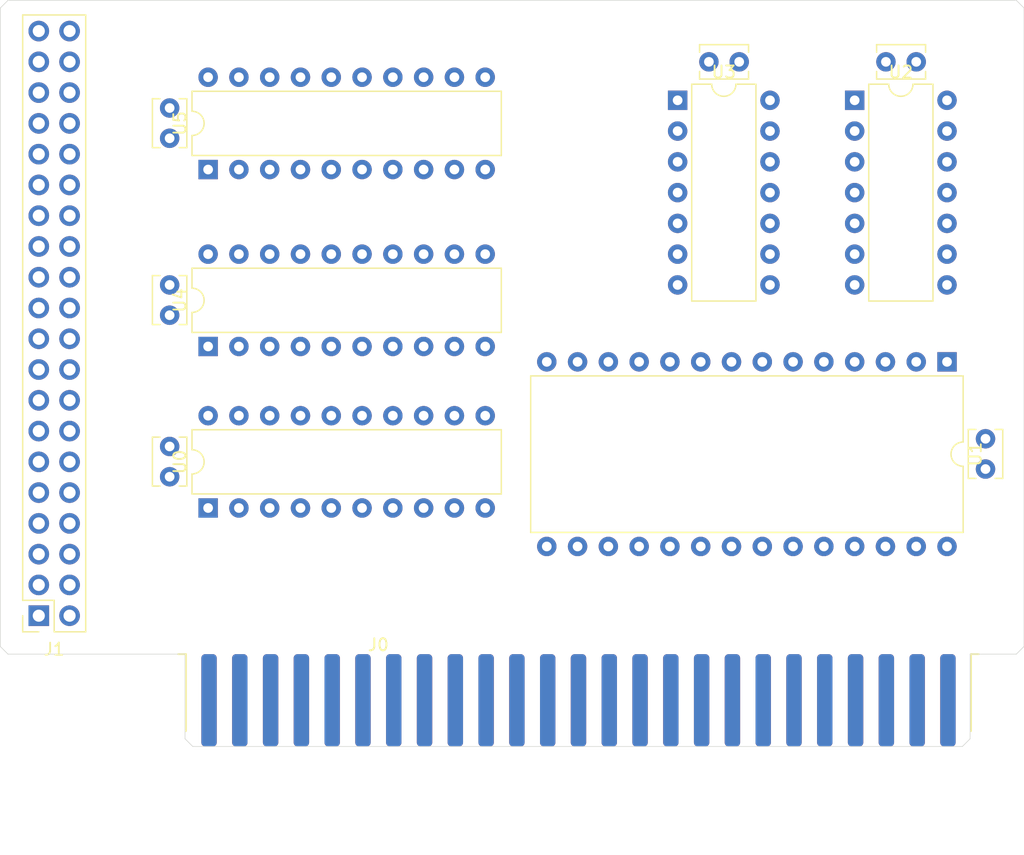
<source format=kicad_pcb>
(kicad_pcb (version 20171130) (host pcbnew 5.1.5+dfsg1-2build2)

  (general
    (thickness 1.6)
    (drawings 20)
    (tracks 0)
    (zones 0)
    (modules 14)
    (nets 97)
  )

  (page USLetter)
  (layers
    (0 F.Cu signal)
    (31 B.Cu signal)
    (32 B.Adhes user hide)
    (33 F.Adhes user hide)
    (34 B.Paste user hide)
    (35 F.Paste user hide)
    (36 B.SilkS user)
    (37 F.SilkS user)
    (38 B.Mask user hide)
    (39 F.Mask user hide)
    (40 Dwgs.User user hide)
    (41 Cmts.User user hide)
    (42 Eco1.User user hide)
    (43 Eco2.User user hide)
    (44 Edge.Cuts user)
    (45 Margin user hide)
    (46 B.CrtYd user hide)
    (47 F.CrtYd user hide)
    (48 B.Fab user hide)
    (49 F.Fab user hide)
  )

  (setup
    (last_trace_width 0.1778)
    (trace_clearance 0.1778)
    (zone_clearance 0.508)
    (zone_45_only no)
    (trace_min 0.1778)
    (via_size 0.762)
    (via_drill 0.50038)
    (via_min_size 0.4)
    (via_min_drill 0.3)
    (uvia_size 0.3)
    (uvia_drill 0.1)
    (uvias_allowed no)
    (uvia_min_size 0.2)
    (uvia_min_drill 0.1)
    (edge_width 0.05)
    (segment_width 0.2)
    (pcb_text_width 0.3)
    (pcb_text_size 1.5 1.5)
    (mod_edge_width 0.12)
    (mod_text_size 1 1)
    (mod_text_width 0.15)
    (pad_size 1.524 1.524)
    (pad_drill 0.762)
    (pad_to_mask_clearance 0.051)
    (solder_mask_min_width 0.25)
    (aux_axis_origin 0 0)
    (visible_elements FFFFFF7F)
    (pcbplotparams
      (layerselection 0x010fc_ffffffff)
      (usegerberextensions false)
      (usegerberattributes false)
      (usegerberadvancedattributes false)
      (creategerberjobfile false)
      (excludeedgelayer true)
      (linewidth 0.100000)
      (plotframeref false)
      (viasonmask false)
      (mode 1)
      (useauxorigin false)
      (hpglpennumber 1)
      (hpglpenspeed 20)
      (hpglpendiameter 15.000000)
      (psnegative false)
      (psa4output false)
      (plotreference true)
      (plotvalue true)
      (plotinvisibletext false)
      (padsonsilk false)
      (subtractmaskfromsilk false)
      (outputformat 1)
      (mirror false)
      (drillshape 1)
      (scaleselection 1)
      (outputdirectory ""))
  )

  (net 0 "")
  (net 1 "Net-(U0-Pad15)")
  (net 2 "Net-(U1-Pad2)")
  (net 3 "Net-(U0-Pad14)")
  (net 4 "Net-(J0-Pad9)")
  (net 5 "Net-(U0-Pad13)")
  (net 6 "Net-(J0-Pad8)")
  (net 7 "Net-(U0-Pad12)")
  (net 8 "Net-(J0-Pad7)")
  (net 9 "Net-(U0-Pad11)")
  (net 10 "Net-(J0-Pad6)")
  (net 11 "Net-(J0-Pad1)")
  (net 12 "Net-(J0-Pad5)")
  (net 13 "Net-(J0-Pad12)")
  (net 14 "Net-(J0-Pad4)")
  (net 15 "Net-(J0-Pad3)")
  (net 16 "Net-(U1-Pad23)")
  (net 17 "Net-(J0-Pad2)")
  (net 18 "Net-(J0-Pad11)")
  (net 19 "Net-(U0-Pad18)")
  (net 20 "Net-(J0-Pad10)")
  (net 21 "Net-(U0-Pad17)")
  (net 22 "Net-(U1-Pad26)")
  (net 23 "Net-(U0-Pad16)")
  (net 24 "Net-(J0-Pad13)")
  (net 25 "Net-(J0-Pad14)")
  (net 26 "Net-(J0-Pad15)")
  (net 27 "Net-(J0-Pad16)")
  (net 28 "Net-(J0-Pad17)")
  (net 29 "Net-(J0-Pad18)")
  (net 30 "Net-(J0-Pad19)")
  (net 31 "Net-(J0-Pad20)")
  (net 32 "Net-(J0-Pad21)")
  (net 33 "Net-(J0-Pad22)")
  (net 34 "Net-(J0-Pad23)")
  (net 35 "Net-(J0-Pad24)")
  (net 36 "Net-(J0-Pad29)")
  (net 37 "Net-(J0-Pad30)")
  (net 38 "Net-(J0-Pad31)")
  (net 39 "Net-(J0-Pad32)")
  (net 40 "Net-(J0-Pad33)")
  (net 41 "Net-(J0-Pad34)")
  (net 42 "Net-(J0-Pad35)")
  (net 43 "Net-(J0-Pad36)")
  (net 44 "Net-(J0-Pad37)")
  (net 45 "Net-(J0-Pad38)")
  (net 46 "Net-(J0-Pad39)")
  (net 47 "Net-(J0-Pad40)")
  (net 48 "Net-(J0-Pad43)")
  (net 49 "Net-(J0-Pad44)")
  (net 50 "Net-(J0-Pad45)")
  (net 51 "Net-(J0-Pad46)")
  (net 52 "Net-(J0-Pad47)")
  (net 53 "Net-(J0-Pad48)")
  (net 54 "Net-(J0-Pad49)")
  (net 55 "Net-(J0-Pad50)")
  (net 56 "Net-(J1-Pad3)")
  (net 57 "Net-(J1-Pad5)")
  (net 58 "Net-(J1-Pad7)")
  (net 59 "Net-(J1-Pad8)")
  (net 60 "Net-(J1-Pad10)")
  (net 61 "Net-(J1-Pad11)")
  (net 62 "Net-(J1-Pad12)")
  (net 63 "Net-(J1-Pad13)")
  (net 64 "Net-(J1-Pad15)")
  (net 65 "Net-(J1-Pad16)")
  (net 66 "Net-(J1-Pad18)")
  (net 67 "Net-(J1-Pad19)")
  (net 68 "Net-(J1-Pad21)")
  (net 69 "Net-(J1-Pad22)")
  (net 70 "Net-(J1-Pad23)")
  (net 71 "Net-(J1-Pad24)")
  (net 72 "Net-(J1-Pad26)")
  (net 73 "Net-(J1-Pad27)")
  (net 74 "Net-(J1-Pad28)")
  (net 75 "Net-(J1-Pad29)")
  (net 76 "Net-(J1-Pad31)")
  (net 77 "Net-(J1-Pad32)")
  (net 78 "Net-(J1-Pad33)")
  (net 79 "Net-(J1-Pad35)")
  (net 80 "Net-(J1-Pad36)")
  (net 81 "Net-(J1-Pad37)")
  (net 82 "Net-(J1-Pad38)")
  (net 83 "Net-(J1-Pad40)")
  (net 84 "Net-(U0-Pad1)")
  (net 85 "Net-(J0-Pad42)")
  (net 86 "Net-(U0-Pad19)")
  (net 87 "Net-(U2-Pad3)")
  (net 88 "Net-(U2-Pad8)")
  (net 89 "Net-(J0-Pad41)")
  (net 90 "Net-(U3-Pad1)")
  (net 91 "Net-(U3-Pad10)")
  (net 92 "Net-(C1-Pad2)")
  (net 93 "Net-(C1-Pad1)")
  (net 94 "Net-(C5-Pad1)")
  (net 95 "Net-(U3-Pad3)")
  (net 96 "Net-(U3-Pad8)")

  (net_class Default "This is the default net class."
    (clearance 0.1778)
    (trace_width 0.1778)
    (via_dia 0.762)
    (via_drill 0.50038)
    (uvia_dia 0.3)
    (uvia_drill 0.1)
    (add_net "Net-(C5-Pad1)")
    (add_net "Net-(J0-Pad1)")
    (add_net "Net-(J0-Pad10)")
    (add_net "Net-(J0-Pad11)")
    (add_net "Net-(J0-Pad12)")
    (add_net "Net-(J0-Pad13)")
    (add_net "Net-(J0-Pad14)")
    (add_net "Net-(J0-Pad15)")
    (add_net "Net-(J0-Pad16)")
    (add_net "Net-(J0-Pad17)")
    (add_net "Net-(J0-Pad18)")
    (add_net "Net-(J0-Pad19)")
    (add_net "Net-(J0-Pad2)")
    (add_net "Net-(J0-Pad20)")
    (add_net "Net-(J0-Pad21)")
    (add_net "Net-(J0-Pad22)")
    (add_net "Net-(J0-Pad23)")
    (add_net "Net-(J0-Pad24)")
    (add_net "Net-(J0-Pad29)")
    (add_net "Net-(J0-Pad3)")
    (add_net "Net-(J0-Pad30)")
    (add_net "Net-(J0-Pad31)")
    (add_net "Net-(J0-Pad32)")
    (add_net "Net-(J0-Pad33)")
    (add_net "Net-(J0-Pad34)")
    (add_net "Net-(J0-Pad35)")
    (add_net "Net-(J0-Pad36)")
    (add_net "Net-(J0-Pad37)")
    (add_net "Net-(J0-Pad38)")
    (add_net "Net-(J0-Pad39)")
    (add_net "Net-(J0-Pad4)")
    (add_net "Net-(J0-Pad40)")
    (add_net "Net-(J0-Pad41)")
    (add_net "Net-(J0-Pad42)")
    (add_net "Net-(J0-Pad43)")
    (add_net "Net-(J0-Pad44)")
    (add_net "Net-(J0-Pad45)")
    (add_net "Net-(J0-Pad46)")
    (add_net "Net-(J0-Pad47)")
    (add_net "Net-(J0-Pad48)")
    (add_net "Net-(J0-Pad49)")
    (add_net "Net-(J0-Pad5)")
    (add_net "Net-(J0-Pad50)")
    (add_net "Net-(J0-Pad6)")
    (add_net "Net-(J0-Pad7)")
    (add_net "Net-(J0-Pad8)")
    (add_net "Net-(J0-Pad9)")
    (add_net "Net-(J1-Pad10)")
    (add_net "Net-(J1-Pad11)")
    (add_net "Net-(J1-Pad12)")
    (add_net "Net-(J1-Pad13)")
    (add_net "Net-(J1-Pad15)")
    (add_net "Net-(J1-Pad16)")
    (add_net "Net-(J1-Pad18)")
    (add_net "Net-(J1-Pad19)")
    (add_net "Net-(J1-Pad21)")
    (add_net "Net-(J1-Pad22)")
    (add_net "Net-(J1-Pad23)")
    (add_net "Net-(J1-Pad24)")
    (add_net "Net-(J1-Pad26)")
    (add_net "Net-(J1-Pad27)")
    (add_net "Net-(J1-Pad28)")
    (add_net "Net-(J1-Pad29)")
    (add_net "Net-(J1-Pad3)")
    (add_net "Net-(J1-Pad31)")
    (add_net "Net-(J1-Pad32)")
    (add_net "Net-(J1-Pad33)")
    (add_net "Net-(J1-Pad35)")
    (add_net "Net-(J1-Pad36)")
    (add_net "Net-(J1-Pad37)")
    (add_net "Net-(J1-Pad38)")
    (add_net "Net-(J1-Pad40)")
    (add_net "Net-(J1-Pad5)")
    (add_net "Net-(J1-Pad7)")
    (add_net "Net-(J1-Pad8)")
    (add_net "Net-(U0-Pad1)")
    (add_net "Net-(U0-Pad11)")
    (add_net "Net-(U0-Pad12)")
    (add_net "Net-(U0-Pad13)")
    (add_net "Net-(U0-Pad14)")
    (add_net "Net-(U0-Pad15)")
    (add_net "Net-(U0-Pad16)")
    (add_net "Net-(U0-Pad17)")
    (add_net "Net-(U0-Pad18)")
    (add_net "Net-(U0-Pad19)")
    (add_net "Net-(U1-Pad2)")
    (add_net "Net-(U1-Pad23)")
    (add_net "Net-(U1-Pad26)")
    (add_net "Net-(U2-Pad3)")
    (add_net "Net-(U2-Pad8)")
    (add_net "Net-(U3-Pad1)")
    (add_net "Net-(U3-Pad10)")
    (add_net "Net-(U3-Pad3)")
    (add_net "Net-(U3-Pad8)")
  )

  (net_class Ground ""
    (clearance 0.254)
    (trace_width 0.8128)
    (via_dia 0.762)
    (via_drill 0.7112)
    (uvia_dia 0.3)
    (uvia_drill 0.1)
    (add_net "Net-(C1-Pad2)")
  )

  (net_class Power ""
    (clearance 0.254)
    (trace_width 0.8128)
    (via_dia 0.762)
    (via_drill 0.7112)
    (uvia_dia 0.3)
    (uvia_drill 0.1)
    (add_net "Net-(C1-Pad1)")
  )

  (module Capacitor_THT:C_Disc_D3.8mm_W2.6mm_P2.50mm (layer F.Cu) (tedit 5AE50EF0) (tstamp 5FB686E7)
    (at 121.285 94.615 270)
    (descr "C, Disc series, Radial, pin pitch=2.50mm, , diameter*width=3.8*2.6mm^2, Capacitor, http://www.vishay.com/docs/45233/krseries.pdf")
    (tags "C Disc series Radial pin pitch 2.50mm  diameter 3.8mm width 2.6mm Capacitor")
    (path /5FB85911)
    (fp_text reference C1 (at 1.25 -2.55 90) (layer F.Fab)
      (effects (font (size 1 1) (thickness 0.15)))
    )
    (fp_text value C (at 1.25 2.55 90) (layer F.Fab)
      (effects (font (size 1 1) (thickness 0.15)))
    )
    (fp_text user %R (at 1.25 0 90) (layer F.Fab)
      (effects (font (size 0.76 0.76) (thickness 0.114)))
    )
    (fp_line (start 3.55 -1.55) (end -1.05 -1.55) (layer F.CrtYd) (width 0.05))
    (fp_line (start 3.55 1.55) (end 3.55 -1.55) (layer F.CrtYd) (width 0.05))
    (fp_line (start -1.05 1.55) (end 3.55 1.55) (layer F.CrtYd) (width 0.05))
    (fp_line (start -1.05 -1.55) (end -1.05 1.55) (layer F.CrtYd) (width 0.05))
    (fp_line (start 3.27 0.795) (end 3.27 1.42) (layer F.SilkS) (width 0.12))
    (fp_line (start 3.27 -1.42) (end 3.27 -0.795) (layer F.SilkS) (width 0.12))
    (fp_line (start -0.77 0.795) (end -0.77 1.42) (layer F.SilkS) (width 0.12))
    (fp_line (start -0.77 -1.42) (end -0.77 -0.795) (layer F.SilkS) (width 0.12))
    (fp_line (start -0.77 1.42) (end 3.27 1.42) (layer F.SilkS) (width 0.12))
    (fp_line (start -0.77 -1.42) (end 3.27 -1.42) (layer F.SilkS) (width 0.12))
    (fp_line (start 3.15 -1.3) (end -0.65 -1.3) (layer F.Fab) (width 0.1))
    (fp_line (start 3.15 1.3) (end 3.15 -1.3) (layer F.Fab) (width 0.1))
    (fp_line (start -0.65 1.3) (end 3.15 1.3) (layer F.Fab) (width 0.1))
    (fp_line (start -0.65 -1.3) (end -0.65 1.3) (layer F.Fab) (width 0.1))
    (pad 2 thru_hole circle (at 2.5 0 270) (size 1.6 1.6) (drill 0.8) (layers *.Cu *.Mask)
      (net 92 "Net-(C1-Pad2)"))
    (pad 1 thru_hole circle (at 0 0 270) (size 1.6 1.6) (drill 0.8) (layers *.Cu *.Mask)
      (net 93 "Net-(C1-Pad1)"))
    (model ${KISYS3DMOD}/Capacitor_THT.3dshapes/C_Disc_D3.8mm_W2.6mm_P2.50mm.wrl
      (at (xyz 0 0 0))
      (scale (xyz 1 1 1))
      (rotate (xyz 0 0 0))
    )
  )

  (module Capacitor_THT:C_Disc_D3.8mm_W2.6mm_P2.50mm (layer F.Cu) (tedit 5AE50EF0) (tstamp 5FB686FC)
    (at 188.595 93.98 270)
    (descr "C, Disc series, Radial, pin pitch=2.50mm, , diameter*width=3.8*2.6mm^2, Capacitor, http://www.vishay.com/docs/45233/krseries.pdf")
    (tags "C Disc series Radial pin pitch 2.50mm  diameter 3.8mm width 2.6mm Capacitor")
    (path /5FB849D8)
    (fp_text reference C2 (at 1.25 -2.55 90) (layer F.Fab)
      (effects (font (size 1 1) (thickness 0.15)))
    )
    (fp_text value C (at 1.25 2.55 90) (layer F.Fab)
      (effects (font (size 1 1) (thickness 0.15)))
    )
    (fp_line (start -0.65 -1.3) (end -0.65 1.3) (layer F.Fab) (width 0.1))
    (fp_line (start -0.65 1.3) (end 3.15 1.3) (layer F.Fab) (width 0.1))
    (fp_line (start 3.15 1.3) (end 3.15 -1.3) (layer F.Fab) (width 0.1))
    (fp_line (start 3.15 -1.3) (end -0.65 -1.3) (layer F.Fab) (width 0.1))
    (fp_line (start -0.77 -1.42) (end 3.27 -1.42) (layer F.SilkS) (width 0.12))
    (fp_line (start -0.77 1.42) (end 3.27 1.42) (layer F.SilkS) (width 0.12))
    (fp_line (start -0.77 -1.42) (end -0.77 -0.795) (layer F.SilkS) (width 0.12))
    (fp_line (start -0.77 0.795) (end -0.77 1.42) (layer F.SilkS) (width 0.12))
    (fp_line (start 3.27 -1.42) (end 3.27 -0.795) (layer F.SilkS) (width 0.12))
    (fp_line (start 3.27 0.795) (end 3.27 1.42) (layer F.SilkS) (width 0.12))
    (fp_line (start -1.05 -1.55) (end -1.05 1.55) (layer F.CrtYd) (width 0.05))
    (fp_line (start -1.05 1.55) (end 3.55 1.55) (layer F.CrtYd) (width 0.05))
    (fp_line (start 3.55 1.55) (end 3.55 -1.55) (layer F.CrtYd) (width 0.05))
    (fp_line (start 3.55 -1.55) (end -1.05 -1.55) (layer F.CrtYd) (width 0.05))
    (fp_text user %R (at 1.25 0 90) (layer F.Fab)
      (effects (font (size 0.76 0.76) (thickness 0.114)))
    )
    (pad 1 thru_hole circle (at 0 0 270) (size 1.6 1.6) (drill 0.8) (layers *.Cu *.Mask)
      (net 93 "Net-(C1-Pad1)"))
    (pad 2 thru_hole circle (at 2.5 0 270) (size 1.6 1.6) (drill 0.8) (layers *.Cu *.Mask)
      (net 92 "Net-(C1-Pad2)"))
    (model ${KISYS3DMOD}/Capacitor_THT.3dshapes/C_Disc_D3.8mm_W2.6mm_P2.50mm.wrl
      (at (xyz 0 0 0))
      (scale (xyz 1 1 1))
      (rotate (xyz 0 0 0))
    )
  )

  (module Capacitor_THT:C_Disc_D3.8mm_W2.6mm_P2.50mm (layer F.Cu) (tedit 5AE50EF0) (tstamp 5FB68711)
    (at 182.88 62.865 180)
    (descr "C, Disc series, Radial, pin pitch=2.50mm, , diameter*width=3.8*2.6mm^2, Capacitor, http://www.vishay.com/docs/45233/krseries.pdf")
    (tags "C Disc series Radial pin pitch 2.50mm  diameter 3.8mm width 2.6mm Capacitor")
    (path /5FB81404)
    (fp_text reference C3 (at 1.25 -2.55) (layer F.Fab)
      (effects (font (size 1 1) (thickness 0.15)))
    )
    (fp_text value C (at 1.25 2.55) (layer F.Fab)
      (effects (font (size 1 1) (thickness 0.15)))
    )
    (fp_line (start -0.65 -1.3) (end -0.65 1.3) (layer F.Fab) (width 0.1))
    (fp_line (start -0.65 1.3) (end 3.15 1.3) (layer F.Fab) (width 0.1))
    (fp_line (start 3.15 1.3) (end 3.15 -1.3) (layer F.Fab) (width 0.1))
    (fp_line (start 3.15 -1.3) (end -0.65 -1.3) (layer F.Fab) (width 0.1))
    (fp_line (start -0.77 -1.42) (end 3.27 -1.42) (layer F.SilkS) (width 0.12))
    (fp_line (start -0.77 1.42) (end 3.27 1.42) (layer F.SilkS) (width 0.12))
    (fp_line (start -0.77 -1.42) (end -0.77 -0.795) (layer F.SilkS) (width 0.12))
    (fp_line (start -0.77 0.795) (end -0.77 1.42) (layer F.SilkS) (width 0.12))
    (fp_line (start 3.27 -1.42) (end 3.27 -0.795) (layer F.SilkS) (width 0.12))
    (fp_line (start 3.27 0.795) (end 3.27 1.42) (layer F.SilkS) (width 0.12))
    (fp_line (start -1.05 -1.55) (end -1.05 1.55) (layer F.CrtYd) (width 0.05))
    (fp_line (start -1.05 1.55) (end 3.55 1.55) (layer F.CrtYd) (width 0.05))
    (fp_line (start 3.55 1.55) (end 3.55 -1.55) (layer F.CrtYd) (width 0.05))
    (fp_line (start 3.55 -1.55) (end -1.05 -1.55) (layer F.CrtYd) (width 0.05))
    (fp_text user %R (at 1.25 0) (layer F.Fab)
      (effects (font (size 0.76 0.76) (thickness 0.114)))
    )
    (pad 1 thru_hole circle (at 0 0 180) (size 1.6 1.6) (drill 0.8) (layers *.Cu *.Mask)
      (net 93 "Net-(C1-Pad1)"))
    (pad 2 thru_hole circle (at 2.5 0 180) (size 1.6 1.6) (drill 0.8) (layers *.Cu *.Mask)
      (net 92 "Net-(C1-Pad2)"))
    (model ${KISYS3DMOD}/Capacitor_THT.3dshapes/C_Disc_D3.8mm_W2.6mm_P2.50mm.wrl
      (at (xyz 0 0 0))
      (scale (xyz 1 1 1))
      (rotate (xyz 0 0 0))
    )
  )

  (module Capacitor_THT:C_Disc_D3.8mm_W2.6mm_P2.50mm (layer F.Cu) (tedit 5AE50EF0) (tstamp 5FB68726)
    (at 168.275 62.865 180)
    (descr "C, Disc series, Radial, pin pitch=2.50mm, , diameter*width=3.8*2.6mm^2, Capacitor, http://www.vishay.com/docs/45233/krseries.pdf")
    (tags "C Disc series Radial pin pitch 2.50mm  diameter 3.8mm width 2.6mm Capacitor")
    (path /5FB82906)
    (fp_text reference C4 (at 1.25 -2.55) (layer F.Fab)
      (effects (font (size 1 1) (thickness 0.15)))
    )
    (fp_text value C (at 1.25 2.55) (layer F.Fab)
      (effects (font (size 1 1) (thickness 0.15)))
    )
    (fp_text user %R (at 1.25 0) (layer F.Fab)
      (effects (font (size 0.76 0.76) (thickness 0.114)))
    )
    (fp_line (start 3.55 -1.55) (end -1.05 -1.55) (layer F.CrtYd) (width 0.05))
    (fp_line (start 3.55 1.55) (end 3.55 -1.55) (layer F.CrtYd) (width 0.05))
    (fp_line (start -1.05 1.55) (end 3.55 1.55) (layer F.CrtYd) (width 0.05))
    (fp_line (start -1.05 -1.55) (end -1.05 1.55) (layer F.CrtYd) (width 0.05))
    (fp_line (start 3.27 0.795) (end 3.27 1.42) (layer F.SilkS) (width 0.12))
    (fp_line (start 3.27 -1.42) (end 3.27 -0.795) (layer F.SilkS) (width 0.12))
    (fp_line (start -0.77 0.795) (end -0.77 1.42) (layer F.SilkS) (width 0.12))
    (fp_line (start -0.77 -1.42) (end -0.77 -0.795) (layer F.SilkS) (width 0.12))
    (fp_line (start -0.77 1.42) (end 3.27 1.42) (layer F.SilkS) (width 0.12))
    (fp_line (start -0.77 -1.42) (end 3.27 -1.42) (layer F.SilkS) (width 0.12))
    (fp_line (start 3.15 -1.3) (end -0.65 -1.3) (layer F.Fab) (width 0.1))
    (fp_line (start 3.15 1.3) (end 3.15 -1.3) (layer F.Fab) (width 0.1))
    (fp_line (start -0.65 1.3) (end 3.15 1.3) (layer F.Fab) (width 0.1))
    (fp_line (start -0.65 -1.3) (end -0.65 1.3) (layer F.Fab) (width 0.1))
    (pad 2 thru_hole circle (at 2.5 0 180) (size 1.6 1.6) (drill 0.8) (layers *.Cu *.Mask)
      (net 92 "Net-(C1-Pad2)"))
    (pad 1 thru_hole circle (at 0 0 180) (size 1.6 1.6) (drill 0.8) (layers *.Cu *.Mask)
      (net 93 "Net-(C1-Pad1)"))
    (model ${KISYS3DMOD}/Capacitor_THT.3dshapes/C_Disc_D3.8mm_W2.6mm_P2.50mm.wrl
      (at (xyz 0 0 0))
      (scale (xyz 1 1 1))
      (rotate (xyz 0 0 0))
    )
  )

  (module Capacitor_THT:C_Disc_D3.8mm_W2.6mm_P2.50mm (layer F.Cu) (tedit 5AE50EF0) (tstamp 5FB6873B)
    (at 121.285 81.28 270)
    (descr "C, Disc series, Radial, pin pitch=2.50mm, , diameter*width=3.8*2.6mm^2, Capacitor, http://www.vishay.com/docs/45233/krseries.pdf")
    (tags "C Disc series Radial pin pitch 2.50mm  diameter 3.8mm width 2.6mm Capacitor")
    (path /5FB8694D)
    (fp_text reference C5 (at 1.25 -2.55 90) (layer F.Fab)
      (effects (font (size 1 1) (thickness 0.15)))
    )
    (fp_text value C (at 1.25 2.55 90) (layer F.Fab)
      (effects (font (size 1 1) (thickness 0.15)))
    )
    (fp_line (start -0.65 -1.3) (end -0.65 1.3) (layer F.Fab) (width 0.1))
    (fp_line (start -0.65 1.3) (end 3.15 1.3) (layer F.Fab) (width 0.1))
    (fp_line (start 3.15 1.3) (end 3.15 -1.3) (layer F.Fab) (width 0.1))
    (fp_line (start 3.15 -1.3) (end -0.65 -1.3) (layer F.Fab) (width 0.1))
    (fp_line (start -0.77 -1.42) (end 3.27 -1.42) (layer F.SilkS) (width 0.12))
    (fp_line (start -0.77 1.42) (end 3.27 1.42) (layer F.SilkS) (width 0.12))
    (fp_line (start -0.77 -1.42) (end -0.77 -0.795) (layer F.SilkS) (width 0.12))
    (fp_line (start -0.77 0.795) (end -0.77 1.42) (layer F.SilkS) (width 0.12))
    (fp_line (start 3.27 -1.42) (end 3.27 -0.795) (layer F.SilkS) (width 0.12))
    (fp_line (start 3.27 0.795) (end 3.27 1.42) (layer F.SilkS) (width 0.12))
    (fp_line (start -1.05 -1.55) (end -1.05 1.55) (layer F.CrtYd) (width 0.05))
    (fp_line (start -1.05 1.55) (end 3.55 1.55) (layer F.CrtYd) (width 0.05))
    (fp_line (start 3.55 1.55) (end 3.55 -1.55) (layer F.CrtYd) (width 0.05))
    (fp_line (start 3.55 -1.55) (end -1.05 -1.55) (layer F.CrtYd) (width 0.05))
    (fp_text user %R (at 1.25 0 90) (layer F.Fab)
      (effects (font (size 0.76 0.76) (thickness 0.114)))
    )
    (pad 1 thru_hole circle (at 0 0 270) (size 1.6 1.6) (drill 0.8) (layers *.Cu *.Mask)
      (net 94 "Net-(C5-Pad1)"))
    (pad 2 thru_hole circle (at 2.5 0 270) (size 1.6 1.6) (drill 0.8) (layers *.Cu *.Mask)
      (net 92 "Net-(C1-Pad2)"))
    (model ${KISYS3DMOD}/Capacitor_THT.3dshapes/C_Disc_D3.8mm_W2.6mm_P2.50mm.wrl
      (at (xyz 0 0 0))
      (scale (xyz 1 1 1))
      (rotate (xyz 0 0 0))
    )
  )

  (module Capacitor_THT:C_Disc_D3.8mm_W2.6mm_P2.50mm (layer F.Cu) (tedit 5AE50EF0) (tstamp 5FB68750)
    (at 121.285 66.675 270)
    (descr "C, Disc series, Radial, pin pitch=2.50mm, , diameter*width=3.8*2.6mm^2, Capacitor, http://www.vishay.com/docs/45233/krseries.pdf")
    (tags "C Disc series Radial pin pitch 2.50mm  diameter 3.8mm width 2.6mm Capacitor")
    (path /5FB87862)
    (fp_text reference C6 (at 1.25 -2.55 90) (layer F.Fab)
      (effects (font (size 1 1) (thickness 0.15)))
    )
    (fp_text value C (at 1.25 2.55 90) (layer F.Fab)
      (effects (font (size 1 1) (thickness 0.15)))
    )
    (fp_text user %R (at 1.25 0 90) (layer F.Fab)
      (effects (font (size 0.76 0.76) (thickness 0.114)))
    )
    (fp_line (start 3.55 -1.55) (end -1.05 -1.55) (layer F.CrtYd) (width 0.05))
    (fp_line (start 3.55 1.55) (end 3.55 -1.55) (layer F.CrtYd) (width 0.05))
    (fp_line (start -1.05 1.55) (end 3.55 1.55) (layer F.CrtYd) (width 0.05))
    (fp_line (start -1.05 -1.55) (end -1.05 1.55) (layer F.CrtYd) (width 0.05))
    (fp_line (start 3.27 0.795) (end 3.27 1.42) (layer F.SilkS) (width 0.12))
    (fp_line (start 3.27 -1.42) (end 3.27 -0.795) (layer F.SilkS) (width 0.12))
    (fp_line (start -0.77 0.795) (end -0.77 1.42) (layer F.SilkS) (width 0.12))
    (fp_line (start -0.77 -1.42) (end -0.77 -0.795) (layer F.SilkS) (width 0.12))
    (fp_line (start -0.77 1.42) (end 3.27 1.42) (layer F.SilkS) (width 0.12))
    (fp_line (start -0.77 -1.42) (end 3.27 -1.42) (layer F.SilkS) (width 0.12))
    (fp_line (start 3.15 -1.3) (end -0.65 -1.3) (layer F.Fab) (width 0.1))
    (fp_line (start 3.15 1.3) (end 3.15 -1.3) (layer F.Fab) (width 0.1))
    (fp_line (start -0.65 1.3) (end 3.15 1.3) (layer F.Fab) (width 0.1))
    (fp_line (start -0.65 -1.3) (end -0.65 1.3) (layer F.Fab) (width 0.1))
    (pad 2 thru_hole circle (at 2.5 0 270) (size 1.6 1.6) (drill 0.8) (layers *.Cu *.Mask)
      (net 92 "Net-(C1-Pad2)"))
    (pad 1 thru_hole circle (at 0 0 270) (size 1.6 1.6) (drill 0.8) (layers *.Cu *.Mask)
      (net 94 "Net-(C5-Pad1)"))
    (model ${KISYS3DMOD}/Capacitor_THT.3dshapes/C_Disc_D3.8mm_W2.6mm_P2.50mm.wrl
      (at (xyz 0 0 0))
      (scale (xyz 1 1 1))
      (rotate (xyz 0 0 0))
    )
  )

  (module "Apple2:Apple II Expansion Edge Connector" (layer F.Cu) (tedit 5CA41682) (tstamp 5FB687BE)
    (at 138.505001 110.49)
    (path /5FA0A8C3)
    (fp_text reference J0 (at 0 0.5) (layer F.SilkS)
      (effects (font (size 1 1) (thickness 0.15)))
    )
    (fp_text value "Apple II Expansion Bus" (at 9.652 -5.08) (layer F.Fab)
      (effects (font (size 1 1) (thickness 0.15)))
    )
    (fp_text user "26 GND" (at 45.974 10.922 45) (layer F.Fab)
      (effects (font (size 0.762 0.762) (thickness 0.127)))
    )
    (fp_text user "27 DMA IN" (at 42.799 11.43 45) (layer F.Fab)
      (effects (font (size 0.762 0.762) (thickness 0.127)))
    )
    (fp_text user "28 INT IN" (at 40.386 11.303 45) (layer F.Fab)
      (effects (font (size 0.762 0.762) (thickness 0.127)))
    )
    (fp_text user "29 _NMI" (at 38.1 10.922 45) (layer F.Fab)
      (effects (font (size 0.762 0.762) (thickness 0.127)))
    )
    (fp_text user "30 _IRQ" (at 35.687 10.922 45) (layer F.Fab)
      (effects (font (size 0.762 0.762) (thickness 0.127)))
    )
    (fp_text user "31 _RES" (at 33.02 10.922 45) (layer F.Fab)
      (effects (font (size 0.762 0.762) (thickness 0.127)))
    )
    (fp_text user "32 _INH" (at 30.607 10.922 45) (layer F.Fab)
      (effects (font (size 0.762 0.762) (thickness 0.127)))
    )
    (fp_text user "33 -12V" (at 27.813 11.176 45) (layer F.Fab)
      (effects (font (size 0.762 0.762) (thickness 0.127)))
    )
    (fp_text user "34 -5V" (at 25.527 10.922 45) (layer F.Fab)
      (effects (font (size 0.762 0.762) (thickness 0.127)))
    )
    (fp_text user "35 N.C." (at 23.368 10.541 45) (layer F.Fab)
      (effects (font (size 0.762 0.762) (thickness 0.127)))
    )
    (fp_text user "36 7M" (at 20.701 10.541 45) (layer F.Fab)
      (effects (font (size 0.762 0.762) (thickness 0.127)))
    )
    (fp_text user "37 Q3" (at 18.161 10.541 45) (layer F.Fab)
      (effects (font (size 0.762 0.762) (thickness 0.127)))
    )
    (fp_text user "38 @1" (at 15.621 10.541 45) (layer F.Fab)
      (effects (font (size 0.762 0.762) (thickness 0.127)))
    )
    (fp_text user "39 USER 1" (at 12.192 11.43 45) (layer F.Fab)
      (effects (font (size 0.762 0.762) (thickness 0.127)))
    )
    (fp_text user "40 @0" (at 10.414 10.541 45) (layer F.Fab)
      (effects (font (size 0.762 0.762) (thickness 0.127)))
    )
    (fp_text user "41 _DEVICE SELECT" (at 5.334 13.335 45) (layer F.Fab)
      (effects (font (size 0.762 0.762) (thickness 0.127)))
    )
    (fp_text user "42 D7" (at 5.461 10.541 45) (layer F.Fab)
      (effects (font (size 0.762 0.762) (thickness 0.127)))
    )
    (fp_text user "43 D6" (at 2.921 10.541 45) (layer F.Fab)
      (effects (font (size 0.762 0.762) (thickness 0.127)))
    )
    (fp_text user "44 D5" (at 0.508 10.541 45) (layer F.Fab)
      (effects (font (size 0.762 0.762) (thickness 0.127)))
    )
    (fp_text user "45 D4" (at -2.159 10.541 45) (layer F.Fab)
      (effects (font (size 0.762 0.762) (thickness 0.127)))
    )
    (fp_text user "46 D3" (at -4.699 10.541 45) (layer F.Fab)
      (effects (font (size 0.762 0.762) (thickness 0.127)))
    )
    (fp_text user "47 D2" (at -7.239 10.541 45) (layer F.Fab)
      (effects (font (size 0.762 0.762) (thickness 0.127)))
    )
    (fp_text user "48 D1" (at -9.906 10.541 45) (layer F.Fab)
      (effects (font (size 0.762 0.762) (thickness 0.127)))
    )
    (fp_text user "25 +5V" (at 48.26 -0.635 45) (layer F.Fab)
      (effects (font (size 0.762 0.762) (thickness 0.127)))
    )
    (fp_text user "24 DMA OUT" (at 46.609 -1.524 45) (layer F.Fab)
      (effects (font (size 0.762 0.762) (thickness 0.127)))
    )
    (fp_text user "23 INT OUT" (at 43.942 -1.397 45) (layer F.Fab)
      (effects (font (size 0.762 0.762) (thickness 0.127)))
    )
    (fp_text user "22 _DMA" (at 40.767 -0.762 45) (layer F.Fab)
      (effects (font (size 0.762 0.762) (thickness 0.127)))
    )
    (fp_text user "21 RDY" (at 37.973 -0.508 45) (layer F.Fab)
      (effects (font (size 0.762 0.762) (thickness 0.127)))
    )
    (fp_text user "20 _I/O STROBE" (at 37.084 -2.413 45) (layer F.Fab)
      (effects (font (size 0.762 0.762) (thickness 0.127)))
    )
    (fp_text user "19 N.C." (at 32.893 -0.635 45) (layer F.Fab)
      (effects (font (size 0.762 0.762) (thickness 0.127)))
    )
    (fp_text user "18 R/W" (at 30.48 -0.635 45) (layer F.Fab)
      (effects (font (size 0.762 0.762) (thickness 0.127)))
    )
    (fp_text user "16 A14" (at 25.273 -0.508 45) (layer F.Fab)
      (effects (font (size 0.762 0.762) (thickness 0.127)))
    )
    (fp_text user "17 A15" (at 27.813 -0.508 45) (layer F.Fab)
      (effects (font (size 0.762 0.762) (thickness 0.127)))
    )
    (fp_text user "14 A12" (at 20.193 -0.508 45) (layer F.Fab)
      (effects (font (size 0.762 0.762) (thickness 0.127)))
    )
    (fp_text user "15 A13" (at 22.733 -0.508 45) (layer F.Fab)
      (effects (font (size 0.762 0.762) (thickness 0.127)))
    )
    (fp_text user "13 A11" (at 17.653 -0.508 45) (layer F.Fab)
      (effects (font (size 0.762 0.762) (thickness 0.127)))
    )
    (fp_text user "12 A10" (at 15.113 -0.508 45) (layer F.Fab)
      (effects (font (size 0.762 0.762) (thickness 0.127)))
    )
    (fp_text user "11 A9" (at 12.319 -0.254 45) (layer F.Fab)
      (effects (font (size 0.762 0.762) (thickness 0.127)))
    )
    (fp_text user "10 A8" (at 9.779 -0.254 45) (layer F.Fab)
      (effects (font (size 0.762 0.762) (thickness 0.127)))
    )
    (fp_poly (pts (xy 48.895 8.89) (xy 48.895 1.27) (xy -15.875 1.27) (xy -15.875 8.89)) (layer B.Mask) (width 0.15))
    (fp_poly (pts (xy 48.895 8.89) (xy 48.895 1.27) (xy -15.875 1.27) (xy -15.875 8.89)) (layer F.Mask) (width 0.15))
    (fp_text user "50 +12V" (at -15.494 11.43 45) (layer F.Fab)
      (effects (font (size 0.762 0.762) (thickness 0.127)))
    )
    (fp_text user "1 _I/O SELECT" (at -11.303 -2.032 45) (layer F.Fab)
      (effects (font (size 0.762 0.762) (thickness 0.127)))
    )
    (fp_text user "3 A1" (at -8.128 -0.127 45) (layer F.Fab)
      (effects (font (size 0.762 0.762) (thickness 0.127)))
    )
    (fp_text user "5 A3" (at -3.048 0 45) (layer F.Fab)
      (effects (font (size 0.762 0.762) (thickness 0.127)))
    )
    (fp_text user "4 A2" (at -5.588 0.127 45) (layer F.Fab)
      (effects (font (size 0.762 0.762) (thickness 0.127)))
    )
    (fp_text user "49 D0" (at -12.446 10.668 45) (layer F.Fab)
      (effects (font (size 0.762 0.762) (thickness 0.127)))
    )
    (fp_text user "2 A0" (at -10.668 -0.127 45) (layer F.Fab)
      (effects (font (size 0.762 0.762) (thickness 0.127)))
    )
    (fp_text user "8 A6" (at 4.445 0 45) (layer F.Fab)
      (effects (font (size 0.762 0.762) (thickness 0.127)))
    )
    (fp_text user "6 A4" (at -0.635 0 45) (layer F.Fab)
      (effects (font (size 0.762 0.762) (thickness 0.127)))
    )
    (fp_text user "9 A7" (at 6.985 0 45) (layer F.Fab)
      (effects (font (size 0.762 0.762) (thickness 0.127)))
    )
    (fp_text user "7 A5" (at 1.905 0 45) (layer F.Fab)
      (effects (font (size 0.762 0.762) (thickness 0.127)))
    )
    (fp_line (start -15.875 1.27) (end -16.51 1.27) (layer F.SilkS) (width 0.15))
    (fp_line (start -15.875 7.62) (end -15.875 1.27) (layer F.SilkS) (width 0.15))
    (fp_line (start 48.895 1.27) (end 49.53 1.27) (layer F.SilkS) (width 0.15))
    (fp_line (start 48.895 7.62) (end 48.895 1.27) (layer F.SilkS) (width 0.15))
    (pad 50 connect roundrect (at -13.97 5.08) (size 1.27 7.62) (layers B.Cu B.Mask) (roundrect_rratio 0.25)
      (net 55 "Net-(J0-Pad50)"))
    (pad 49 connect roundrect (at -11.43 5.08) (size 1.27 7.62) (layers B.Cu B.Mask) (roundrect_rratio 0.25)
      (net 54 "Net-(J0-Pad49)"))
    (pad 48 connect roundrect (at -8.89 5.08) (size 1.27 7.62) (layers B.Cu B.Mask) (roundrect_rratio 0.25)
      (net 53 "Net-(J0-Pad48)"))
    (pad 47 connect roundrect (at -6.35 5.08) (size 1.27 7.62) (layers B.Cu B.Mask) (roundrect_rratio 0.25)
      (net 52 "Net-(J0-Pad47)"))
    (pad 46 connect roundrect (at -3.81 5.08) (size 1.27 7.62) (layers B.Cu B.Mask) (roundrect_rratio 0.25)
      (net 51 "Net-(J0-Pad46)"))
    (pad 45 connect roundrect (at -1.27 5.08) (size 1.27 7.62) (layers B.Cu B.Mask) (roundrect_rratio 0.25)
      (net 50 "Net-(J0-Pad45)"))
    (pad 44 connect roundrect (at 1.27 5.08) (size 1.27 7.62) (layers B.Cu B.Mask) (roundrect_rratio 0.25)
      (net 49 "Net-(J0-Pad44)"))
    (pad 43 connect roundrect (at 3.81 5.08) (size 1.27 7.62) (layers B.Cu B.Mask) (roundrect_rratio 0.25)
      (net 48 "Net-(J0-Pad43)"))
    (pad 42 connect roundrect (at 6.35 5.08) (size 1.27 7.62) (layers B.Cu B.Mask) (roundrect_rratio 0.25)
      (net 85 "Net-(J0-Pad42)"))
    (pad 41 connect roundrect (at 8.89 5.08) (size 1.27 7.62) (layers B.Cu B.Mask) (roundrect_rratio 0.25)
      (net 89 "Net-(J0-Pad41)"))
    (pad 40 connect roundrect (at 11.43 5.08) (size 1.27 7.62) (layers B.Cu B.Mask) (roundrect_rratio 0.25)
      (net 47 "Net-(J0-Pad40)"))
    (pad 39 connect roundrect (at 13.97 5.08) (size 1.27 7.62) (layers B.Cu B.Mask) (roundrect_rratio 0.25)
      (net 46 "Net-(J0-Pad39)"))
    (pad 37 connect roundrect (at 19.05 5.08) (size 1.27 7.62) (layers B.Cu B.Mask) (roundrect_rratio 0.25)
      (net 44 "Net-(J0-Pad37)"))
    (pad 38 connect roundrect (at 16.51 5.08) (size 1.27 7.62) (layers B.Cu B.Mask) (roundrect_rratio 0.25)
      (net 45 "Net-(J0-Pad38)"))
    (pad 36 connect roundrect (at 21.59 5.08) (size 1.27 7.62) (layers B.Cu B.Mask) (roundrect_rratio 0.25)
      (net 43 "Net-(J0-Pad36)"))
    (pad 35 connect roundrect (at 24.13 5.08) (size 1.27 7.62) (layers B.Cu B.Mask) (roundrect_rratio 0.25)
      (net 42 "Net-(J0-Pad35)"))
    (pad 34 connect roundrect (at 26.67 5.08) (size 1.27 7.62) (layers B.Cu B.Mask) (roundrect_rratio 0.25)
      (net 41 "Net-(J0-Pad34)"))
    (pad 33 connect roundrect (at 29.21 5.08) (size 1.27 7.62) (layers B.Cu B.Mask) (roundrect_rratio 0.25)
      (net 40 "Net-(J0-Pad33)"))
    (pad 32 connect roundrect (at 31.75 5.08) (size 1.27 7.62) (layers B.Cu B.Mask) (roundrect_rratio 0.25)
      (net 39 "Net-(J0-Pad32)"))
    (pad 31 connect roundrect (at 34.29 5.08) (size 1.27 7.62) (layers B.Cu B.Mask) (roundrect_rratio 0.25)
      (net 38 "Net-(J0-Pad31)"))
    (pad 30 connect roundrect (at 36.83 5.08) (size 1.27 7.62) (layers B.Cu B.Mask) (roundrect_rratio 0.25)
      (net 37 "Net-(J0-Pad30)"))
    (pad 29 connect roundrect (at 39.37 5.08) (size 1.27 7.62) (layers B.Cu B.Mask) (roundrect_rratio 0.25)
      (net 36 "Net-(J0-Pad29)"))
    (pad 28 connect roundrect (at 41.91 5.08) (size 1.27 7.62) (layers B.Cu B.Mask) (roundrect_rratio 0.25)
      (net 34 "Net-(J0-Pad23)"))
    (pad 27 connect roundrect (at 44.45 5.08) (size 1.27 7.62) (layers B.Cu B.Mask) (roundrect_rratio 0.25)
      (net 35 "Net-(J0-Pad24)"))
    (pad 26 connect roundrect (at 46.99 5.08) (size 1.27 7.62) (layers B.Cu B.Mask) (roundrect_rratio 0.25)
      (net 92 "Net-(C1-Pad2)"))
    (pad 25 connect roundrect (at 46.99 5.08) (size 1.27 7.62) (layers F.Cu F.Mask) (roundrect_rratio 0.25)
      (net 93 "Net-(C1-Pad1)"))
    (pad 24 connect roundrect (at 44.45 5.08) (size 1.27 7.62) (layers F.Cu F.Mask) (roundrect_rratio 0.25)
      (net 35 "Net-(J0-Pad24)"))
    (pad 23 connect roundrect (at 41.91 5.08) (size 1.27 7.62) (layers F.Cu F.Mask) (roundrect_rratio 0.25)
      (net 34 "Net-(J0-Pad23)"))
    (pad 22 connect roundrect (at 39.37 5.08) (size 1.27 7.62) (layers F.Cu F.Mask) (roundrect_rratio 0.25)
      (net 33 "Net-(J0-Pad22)"))
    (pad 21 connect roundrect (at 36.83 5.08) (size 1.27 7.62) (layers F.Cu F.Mask) (roundrect_rratio 0.25)
      (net 32 "Net-(J0-Pad21)"))
    (pad 20 connect roundrect (at 34.29 5.08) (size 1.27 7.62) (layers F.Cu F.Mask) (roundrect_rratio 0.25)
      (net 31 "Net-(J0-Pad20)"))
    (pad 19 connect roundrect (at 31.75 5.08) (size 1.27 7.62) (layers F.Cu F.Mask) (roundrect_rratio 0.25)
      (net 30 "Net-(J0-Pad19)"))
    (pad 18 connect roundrect (at 29.21 5.08) (size 1.27 7.62) (layers F.Cu F.Mask) (roundrect_rratio 0.25)
      (net 29 "Net-(J0-Pad18)"))
    (pad 17 connect roundrect (at 26.67 5.08) (size 1.27 7.62) (layers F.Cu F.Mask) (roundrect_rratio 0.25)
      (net 28 "Net-(J0-Pad17)"))
    (pad 16 connect roundrect (at 24.13 5.08) (size 1.27 7.62) (layers F.Cu F.Mask) (roundrect_rratio 0.25)
      (net 27 "Net-(J0-Pad16)"))
    (pad 15 connect roundrect (at 21.59 5.08) (size 1.27 7.62) (layers F.Cu F.Mask) (roundrect_rratio 0.25)
      (net 26 "Net-(J0-Pad15)"))
    (pad 14 connect roundrect (at 19.05 5.08) (size 1.27 7.62) (layers F.Cu F.Mask) (roundrect_rratio 0.25)
      (net 25 "Net-(J0-Pad14)"))
    (pad 13 connect roundrect (at 16.51 5.08) (size 1.27 7.62) (layers F.Cu F.Mask) (roundrect_rratio 0.25)
      (net 24 "Net-(J0-Pad13)"))
    (pad 12 connect roundrect (at 13.97 5.08) (size 1.27 7.62) (layers F.Cu F.Mask) (roundrect_rratio 0.25)
      (net 13 "Net-(J0-Pad12)"))
    (pad 11 connect roundrect (at 11.43 5.08) (size 1.27 7.62) (layers F.Cu F.Mask) (roundrect_rratio 0.25)
      (net 18 "Net-(J0-Pad11)"))
    (pad 10 connect roundrect (at 8.89 5.08) (size 1.27 7.62) (layers F.Cu F.Mask) (roundrect_rratio 0.25)
      (net 20 "Net-(J0-Pad10)"))
    (pad 9 connect roundrect (at 6.35 5.08) (size 1.27 7.62) (layers F.Cu F.Mask) (roundrect_rratio 0.25)
      (net 4 "Net-(J0-Pad9)"))
    (pad 8 connect roundrect (at 3.81 5.08) (size 1.27 7.62) (layers F.Cu F.Mask) (roundrect_rratio 0.25)
      (net 6 "Net-(J0-Pad8)"))
    (pad 7 connect roundrect (at 1.27 5.08) (size 1.27 7.62) (layers F.Cu F.Mask) (roundrect_rratio 0.25)
      (net 8 "Net-(J0-Pad7)"))
    (pad 6 connect roundrect (at -1.27 5.08) (size 1.27 7.62) (layers F.Cu F.Mask) (roundrect_rratio 0.25)
      (net 10 "Net-(J0-Pad6)"))
    (pad 5 connect roundrect (at -3.81 5.08) (size 1.27 7.62) (layers F.Cu F.Mask) (roundrect_rratio 0.25)
      (net 12 "Net-(J0-Pad5)"))
    (pad 4 connect roundrect (at -6.35 5.08) (size 1.27 7.62) (layers F.Cu F.Mask) (roundrect_rratio 0.25)
      (net 14 "Net-(J0-Pad4)"))
    (pad 3 connect roundrect (at -8.89 5.08) (size 1.27 7.62) (layers F.Cu F.Mask) (roundrect_rratio 0.25)
      (net 15 "Net-(J0-Pad3)"))
    (pad 2 connect roundrect (at -11.43 5.08) (size 1.27 7.62) (layers F.Cu F.Mask) (roundrect_rratio 0.25)
      (net 17 "Net-(J0-Pad2)"))
    (pad 1 connect roundrect (at -13.97 5.08) (size 1.27 7.62) (layers F.Cu F.Mask) (roundrect_rratio 0.25)
      (net 11 "Net-(J0-Pad1)"))
  )

  (module Connector_PinSocket_2.54mm:PinSocket_2x20_P2.54mm_Vertical (layer F.Cu) (tedit 5A19A433) (tstamp 5FB687FC)
    (at 110.49 108.585 180)
    (descr "Through hole straight socket strip, 2x20, 2.54mm pitch, double cols (from Kicad 4.0.7), script generated")
    (tags "Through hole socket strip THT 2x20 2.54mm double row")
    (path /5FA19C2C)
    (fp_text reference J1 (at -1.27 -2.77) (layer F.SilkS)
      (effects (font (size 1 1) (thickness 0.15)))
    )
    (fp_text value Raspberry_Pi_2_3 (at -1.27 51.03) (layer F.Fab)
      (effects (font (size 1 1) (thickness 0.15)))
    )
    (fp_line (start -3.81 -1.27) (end 0.27 -1.27) (layer F.Fab) (width 0.1))
    (fp_line (start 0.27 -1.27) (end 1.27 -0.27) (layer F.Fab) (width 0.1))
    (fp_line (start 1.27 -0.27) (end 1.27 49.53) (layer F.Fab) (width 0.1))
    (fp_line (start 1.27 49.53) (end -3.81 49.53) (layer F.Fab) (width 0.1))
    (fp_line (start -3.81 49.53) (end -3.81 -1.27) (layer F.Fab) (width 0.1))
    (fp_line (start -3.87 -1.33) (end -1.27 -1.33) (layer F.SilkS) (width 0.12))
    (fp_line (start -3.87 -1.33) (end -3.87 49.59) (layer F.SilkS) (width 0.12))
    (fp_line (start -3.87 49.59) (end 1.33 49.59) (layer F.SilkS) (width 0.12))
    (fp_line (start 1.33 1.27) (end 1.33 49.59) (layer F.SilkS) (width 0.12))
    (fp_line (start -1.27 1.27) (end 1.33 1.27) (layer F.SilkS) (width 0.12))
    (fp_line (start -1.27 -1.33) (end -1.27 1.27) (layer F.SilkS) (width 0.12))
    (fp_line (start 1.33 -1.33) (end 1.33 0) (layer F.SilkS) (width 0.12))
    (fp_line (start 0 -1.33) (end 1.33 -1.33) (layer F.SilkS) (width 0.12))
    (fp_line (start -4.34 -1.8) (end 1.76 -1.8) (layer F.CrtYd) (width 0.05))
    (fp_line (start 1.76 -1.8) (end 1.76 50) (layer F.CrtYd) (width 0.05))
    (fp_line (start 1.76 50) (end -4.34 50) (layer F.CrtYd) (width 0.05))
    (fp_line (start -4.34 50) (end -4.34 -1.8) (layer F.CrtYd) (width 0.05))
    (fp_text user %R (at -1.27 24.13 90) (layer F.Fab)
      (effects (font (size 1 1) (thickness 0.15)))
    )
    (pad 1 thru_hole rect (at 0 0 180) (size 1.7 1.7) (drill 1) (layers *.Cu *.Mask)
      (net 94 "Net-(C5-Pad1)"))
    (pad 2 thru_hole oval (at -2.54 0 180) (size 1.7 1.7) (drill 1) (layers *.Cu *.Mask)
      (net 93 "Net-(C1-Pad1)"))
    (pad 3 thru_hole oval (at 0 2.54 180) (size 1.7 1.7) (drill 1) (layers *.Cu *.Mask)
      (net 56 "Net-(J1-Pad3)"))
    (pad 4 thru_hole oval (at -2.54 2.54 180) (size 1.7 1.7) (drill 1) (layers *.Cu *.Mask)
      (net 93 "Net-(C1-Pad1)"))
    (pad 5 thru_hole oval (at 0 5.08 180) (size 1.7 1.7) (drill 1) (layers *.Cu *.Mask)
      (net 57 "Net-(J1-Pad5)"))
    (pad 6 thru_hole oval (at -2.54 5.08 180) (size 1.7 1.7) (drill 1) (layers *.Cu *.Mask)
      (net 92 "Net-(C1-Pad2)"))
    (pad 7 thru_hole oval (at 0 7.62 180) (size 1.7 1.7) (drill 1) (layers *.Cu *.Mask)
      (net 58 "Net-(J1-Pad7)"))
    (pad 8 thru_hole oval (at -2.54 7.62 180) (size 1.7 1.7) (drill 1) (layers *.Cu *.Mask)
      (net 59 "Net-(J1-Pad8)"))
    (pad 9 thru_hole oval (at 0 10.16 180) (size 1.7 1.7) (drill 1) (layers *.Cu *.Mask)
      (net 92 "Net-(C1-Pad2)"))
    (pad 10 thru_hole oval (at -2.54 10.16 180) (size 1.7 1.7) (drill 1) (layers *.Cu *.Mask)
      (net 60 "Net-(J1-Pad10)"))
    (pad 11 thru_hole oval (at 0 12.7 180) (size 1.7 1.7) (drill 1) (layers *.Cu *.Mask)
      (net 61 "Net-(J1-Pad11)"))
    (pad 12 thru_hole oval (at -2.54 12.7 180) (size 1.7 1.7) (drill 1) (layers *.Cu *.Mask)
      (net 62 "Net-(J1-Pad12)"))
    (pad 13 thru_hole oval (at 0 15.24 180) (size 1.7 1.7) (drill 1) (layers *.Cu *.Mask)
      (net 63 "Net-(J1-Pad13)"))
    (pad 14 thru_hole oval (at -2.54 15.24 180) (size 1.7 1.7) (drill 1) (layers *.Cu *.Mask)
      (net 92 "Net-(C1-Pad2)"))
    (pad 15 thru_hole oval (at 0 17.78 180) (size 1.7 1.7) (drill 1) (layers *.Cu *.Mask)
      (net 64 "Net-(J1-Pad15)"))
    (pad 16 thru_hole oval (at -2.54 17.78 180) (size 1.7 1.7) (drill 1) (layers *.Cu *.Mask)
      (net 65 "Net-(J1-Pad16)"))
    (pad 17 thru_hole oval (at 0 20.32 180) (size 1.7 1.7) (drill 1) (layers *.Cu *.Mask)
      (net 94 "Net-(C5-Pad1)"))
    (pad 18 thru_hole oval (at -2.54 20.32 180) (size 1.7 1.7) (drill 1) (layers *.Cu *.Mask)
      (net 66 "Net-(J1-Pad18)"))
    (pad 19 thru_hole oval (at 0 22.86 180) (size 1.7 1.7) (drill 1) (layers *.Cu *.Mask)
      (net 67 "Net-(J1-Pad19)"))
    (pad 20 thru_hole oval (at -2.54 22.86 180) (size 1.7 1.7) (drill 1) (layers *.Cu *.Mask)
      (net 92 "Net-(C1-Pad2)"))
    (pad 21 thru_hole oval (at 0 25.4 180) (size 1.7 1.7) (drill 1) (layers *.Cu *.Mask)
      (net 68 "Net-(J1-Pad21)"))
    (pad 22 thru_hole oval (at -2.54 25.4 180) (size 1.7 1.7) (drill 1) (layers *.Cu *.Mask)
      (net 69 "Net-(J1-Pad22)"))
    (pad 23 thru_hole oval (at 0 27.94 180) (size 1.7 1.7) (drill 1) (layers *.Cu *.Mask)
      (net 70 "Net-(J1-Pad23)"))
    (pad 24 thru_hole oval (at -2.54 27.94 180) (size 1.7 1.7) (drill 1) (layers *.Cu *.Mask)
      (net 71 "Net-(J1-Pad24)"))
    (pad 25 thru_hole oval (at 0 30.48 180) (size 1.7 1.7) (drill 1) (layers *.Cu *.Mask)
      (net 92 "Net-(C1-Pad2)"))
    (pad 26 thru_hole oval (at -2.54 30.48 180) (size 1.7 1.7) (drill 1) (layers *.Cu *.Mask)
      (net 72 "Net-(J1-Pad26)"))
    (pad 27 thru_hole oval (at 0 33.02 180) (size 1.7 1.7) (drill 1) (layers *.Cu *.Mask)
      (net 73 "Net-(J1-Pad27)"))
    (pad 28 thru_hole oval (at -2.54 33.02 180) (size 1.7 1.7) (drill 1) (layers *.Cu *.Mask)
      (net 74 "Net-(J1-Pad28)"))
    (pad 29 thru_hole oval (at 0 35.56 180) (size 1.7 1.7) (drill 1) (layers *.Cu *.Mask)
      (net 75 "Net-(J1-Pad29)"))
    (pad 30 thru_hole oval (at -2.54 35.56 180) (size 1.7 1.7) (drill 1) (layers *.Cu *.Mask)
      (net 92 "Net-(C1-Pad2)"))
    (pad 31 thru_hole oval (at 0 38.1 180) (size 1.7 1.7) (drill 1) (layers *.Cu *.Mask)
      (net 76 "Net-(J1-Pad31)"))
    (pad 32 thru_hole oval (at -2.54 38.1 180) (size 1.7 1.7) (drill 1) (layers *.Cu *.Mask)
      (net 77 "Net-(J1-Pad32)"))
    (pad 33 thru_hole oval (at 0 40.64 180) (size 1.7 1.7) (drill 1) (layers *.Cu *.Mask)
      (net 78 "Net-(J1-Pad33)"))
    (pad 34 thru_hole oval (at -2.54 40.64 180) (size 1.7 1.7) (drill 1) (layers *.Cu *.Mask)
      (net 92 "Net-(C1-Pad2)"))
    (pad 35 thru_hole oval (at 0 43.18 180) (size 1.7 1.7) (drill 1) (layers *.Cu *.Mask)
      (net 79 "Net-(J1-Pad35)"))
    (pad 36 thru_hole oval (at -2.54 43.18 180) (size 1.7 1.7) (drill 1) (layers *.Cu *.Mask)
      (net 80 "Net-(J1-Pad36)"))
    (pad 37 thru_hole oval (at 0 45.72 180) (size 1.7 1.7) (drill 1) (layers *.Cu *.Mask)
      (net 81 "Net-(J1-Pad37)"))
    (pad 38 thru_hole oval (at -2.54 45.72 180) (size 1.7 1.7) (drill 1) (layers *.Cu *.Mask)
      (net 82 "Net-(J1-Pad38)"))
    (pad 39 thru_hole oval (at 0 48.26 180) (size 1.7 1.7) (drill 1) (layers *.Cu *.Mask)
      (net 92 "Net-(C1-Pad2)"))
    (pad 40 thru_hole oval (at -2.54 48.26 180) (size 1.7 1.7) (drill 1) (layers *.Cu *.Mask)
      (net 83 "Net-(J1-Pad40)"))
    (model ${KISYS3DMOD}/Connector_PinSocket_2.54mm.3dshapes/PinSocket_2x20_P2.54mm_Vertical.wrl
      (at (xyz 0 0 0))
      (scale (xyz 1 1 1))
      (rotate (xyz 0 0 0))
    )
  )

  (module Package_DIP:DIP-20_W7.62mm (layer F.Cu) (tedit 5A02E8C5) (tstamp 5FB68824)
    (at 124.46 99.695 90)
    (descr "20-lead though-hole mounted DIP package, row spacing 7.62 mm (300 mils)")
    (tags "THT DIP DIL PDIP 2.54mm 7.62mm 300mil")
    (path /5FA15F43)
    (fp_text reference U0 (at 3.81 -2.33 90) (layer F.SilkS)
      (effects (font (size 1 1) (thickness 0.15)))
    )
    (fp_text value 74LS245 (at 3.81 25.19 90) (layer F.Fab)
      (effects (font (size 1 1) (thickness 0.15)))
    )
    (fp_arc (start 3.81 -1.33) (end 2.81 -1.33) (angle -180) (layer F.SilkS) (width 0.12))
    (fp_line (start 1.635 -1.27) (end 6.985 -1.27) (layer F.Fab) (width 0.1))
    (fp_line (start 6.985 -1.27) (end 6.985 24.13) (layer F.Fab) (width 0.1))
    (fp_line (start 6.985 24.13) (end 0.635 24.13) (layer F.Fab) (width 0.1))
    (fp_line (start 0.635 24.13) (end 0.635 -0.27) (layer F.Fab) (width 0.1))
    (fp_line (start 0.635 -0.27) (end 1.635 -1.27) (layer F.Fab) (width 0.1))
    (fp_line (start 2.81 -1.33) (end 1.16 -1.33) (layer F.SilkS) (width 0.12))
    (fp_line (start 1.16 -1.33) (end 1.16 24.19) (layer F.SilkS) (width 0.12))
    (fp_line (start 1.16 24.19) (end 6.46 24.19) (layer F.SilkS) (width 0.12))
    (fp_line (start 6.46 24.19) (end 6.46 -1.33) (layer F.SilkS) (width 0.12))
    (fp_line (start 6.46 -1.33) (end 4.81 -1.33) (layer F.SilkS) (width 0.12))
    (fp_line (start -1.1 -1.55) (end -1.1 24.4) (layer F.CrtYd) (width 0.05))
    (fp_line (start -1.1 24.4) (end 8.7 24.4) (layer F.CrtYd) (width 0.05))
    (fp_line (start 8.7 24.4) (end 8.7 -1.55) (layer F.CrtYd) (width 0.05))
    (fp_line (start 8.7 -1.55) (end -1.1 -1.55) (layer F.CrtYd) (width 0.05))
    (fp_text user %R (at 3.81 11.43 90) (layer F.Fab)
      (effects (font (size 1 1) (thickness 0.15)))
    )
    (pad 1 thru_hole rect (at 0 0 90) (size 1.6 1.6) (drill 0.8) (layers *.Cu *.Mask)
      (net 84 "Net-(U0-Pad1)"))
    (pad 11 thru_hole oval (at 7.62 22.86 90) (size 1.6 1.6) (drill 0.8) (layers *.Cu *.Mask)
      (net 9 "Net-(U0-Pad11)"))
    (pad 2 thru_hole oval (at 0 2.54 90) (size 1.6 1.6) (drill 0.8) (layers *.Cu *.Mask)
      (net 54 "Net-(J0-Pad49)"))
    (pad 12 thru_hole oval (at 7.62 20.32 90) (size 1.6 1.6) (drill 0.8) (layers *.Cu *.Mask)
      (net 7 "Net-(U0-Pad12)"))
    (pad 3 thru_hole oval (at 0 5.08 90) (size 1.6 1.6) (drill 0.8) (layers *.Cu *.Mask)
      (net 53 "Net-(J0-Pad48)"))
    (pad 13 thru_hole oval (at 7.62 17.78 90) (size 1.6 1.6) (drill 0.8) (layers *.Cu *.Mask)
      (net 5 "Net-(U0-Pad13)"))
    (pad 4 thru_hole oval (at 0 7.62 90) (size 1.6 1.6) (drill 0.8) (layers *.Cu *.Mask)
      (net 52 "Net-(J0-Pad47)"))
    (pad 14 thru_hole oval (at 7.62 15.24 90) (size 1.6 1.6) (drill 0.8) (layers *.Cu *.Mask)
      (net 3 "Net-(U0-Pad14)"))
    (pad 5 thru_hole oval (at 0 10.16 90) (size 1.6 1.6) (drill 0.8) (layers *.Cu *.Mask)
      (net 51 "Net-(J0-Pad46)"))
    (pad 15 thru_hole oval (at 7.62 12.7 90) (size 1.6 1.6) (drill 0.8) (layers *.Cu *.Mask)
      (net 1 "Net-(U0-Pad15)"))
    (pad 6 thru_hole oval (at 0 12.7 90) (size 1.6 1.6) (drill 0.8) (layers *.Cu *.Mask)
      (net 50 "Net-(J0-Pad45)"))
    (pad 16 thru_hole oval (at 7.62 10.16 90) (size 1.6 1.6) (drill 0.8) (layers *.Cu *.Mask)
      (net 23 "Net-(U0-Pad16)"))
    (pad 7 thru_hole oval (at 0 15.24 90) (size 1.6 1.6) (drill 0.8) (layers *.Cu *.Mask)
      (net 49 "Net-(J0-Pad44)"))
    (pad 17 thru_hole oval (at 7.62 7.62 90) (size 1.6 1.6) (drill 0.8) (layers *.Cu *.Mask)
      (net 21 "Net-(U0-Pad17)"))
    (pad 8 thru_hole oval (at 0 17.78 90) (size 1.6 1.6) (drill 0.8) (layers *.Cu *.Mask)
      (net 48 "Net-(J0-Pad43)"))
    (pad 18 thru_hole oval (at 7.62 5.08 90) (size 1.6 1.6) (drill 0.8) (layers *.Cu *.Mask)
      (net 19 "Net-(U0-Pad18)"))
    (pad 9 thru_hole oval (at 0 20.32 90) (size 1.6 1.6) (drill 0.8) (layers *.Cu *.Mask)
      (net 85 "Net-(J0-Pad42)"))
    (pad 19 thru_hole oval (at 7.62 2.54 90) (size 1.6 1.6) (drill 0.8) (layers *.Cu *.Mask)
      (net 86 "Net-(U0-Pad19)"))
    (pad 10 thru_hole oval (at 0 22.86 90) (size 1.6 1.6) (drill 0.8) (layers *.Cu *.Mask)
      (net 92 "Net-(C1-Pad2)"))
    (pad 20 thru_hole oval (at 7.62 0 90) (size 1.6 1.6) (drill 0.8) (layers *.Cu *.Mask)
      (net 93 "Net-(C1-Pad1)"))
    (model ${KISYS3DMOD}/Package_DIP.3dshapes/DIP-20_W7.62mm.wrl
      (at (xyz 0 0 0))
      (scale (xyz 1 1 1))
      (rotate (xyz 0 0 0))
    )
  )

  (module Package_DIP:DIP-28_W15.24mm (layer F.Cu) (tedit 5A02E8C5) (tstamp 5FB68854)
    (at 185.42 87.63 270)
    (descr "28-lead though-hole mounted DIP package, row spacing 15.24 mm (600 mils)")
    (tags "THT DIP DIL PDIP 2.54mm 15.24mm 600mil")
    (path /5FA0EF8B)
    (fp_text reference U1 (at 7.62 -2.33 90) (layer F.SilkS)
      (effects (font (size 1 1) (thickness 0.15)))
    )
    (fp_text value 2764 (at 7.62 35.35 90) (layer F.Fab)
      (effects (font (size 1 1) (thickness 0.15)))
    )
    (fp_arc (start 7.62 -1.33) (end 6.62 -1.33) (angle -180) (layer F.SilkS) (width 0.12))
    (fp_line (start 1.255 -1.27) (end 14.985 -1.27) (layer F.Fab) (width 0.1))
    (fp_line (start 14.985 -1.27) (end 14.985 34.29) (layer F.Fab) (width 0.1))
    (fp_line (start 14.985 34.29) (end 0.255 34.29) (layer F.Fab) (width 0.1))
    (fp_line (start 0.255 34.29) (end 0.255 -0.27) (layer F.Fab) (width 0.1))
    (fp_line (start 0.255 -0.27) (end 1.255 -1.27) (layer F.Fab) (width 0.1))
    (fp_line (start 6.62 -1.33) (end 1.16 -1.33) (layer F.SilkS) (width 0.12))
    (fp_line (start 1.16 -1.33) (end 1.16 34.35) (layer F.SilkS) (width 0.12))
    (fp_line (start 1.16 34.35) (end 14.08 34.35) (layer F.SilkS) (width 0.12))
    (fp_line (start 14.08 34.35) (end 14.08 -1.33) (layer F.SilkS) (width 0.12))
    (fp_line (start 14.08 -1.33) (end 8.62 -1.33) (layer F.SilkS) (width 0.12))
    (fp_line (start -1.05 -1.55) (end -1.05 34.55) (layer F.CrtYd) (width 0.05))
    (fp_line (start -1.05 34.55) (end 16.3 34.55) (layer F.CrtYd) (width 0.05))
    (fp_line (start 16.3 34.55) (end 16.3 -1.55) (layer F.CrtYd) (width 0.05))
    (fp_line (start 16.3 -1.55) (end -1.05 -1.55) (layer F.CrtYd) (width 0.05))
    (fp_text user %R (at 7.62 16.51 90) (layer F.Fab)
      (effects (font (size 1 1) (thickness 0.15)))
    )
    (pad 1 thru_hole rect (at 0 0 270) (size 1.6 1.6) (drill 0.8) (layers *.Cu *.Mask)
      (net 93 "Net-(C1-Pad1)"))
    (pad 15 thru_hole oval (at 15.24 33.02 270) (size 1.6 1.6) (drill 0.8) (layers *.Cu *.Mask)
      (net 1 "Net-(U0-Pad15)"))
    (pad 2 thru_hole oval (at 0 2.54 270) (size 1.6 1.6) (drill 0.8) (layers *.Cu *.Mask)
      (net 2 "Net-(U1-Pad2)"))
    (pad 16 thru_hole oval (at 15.24 30.48 270) (size 1.6 1.6) (drill 0.8) (layers *.Cu *.Mask)
      (net 3 "Net-(U0-Pad14)"))
    (pad 3 thru_hole oval (at 0 5.08 270) (size 1.6 1.6) (drill 0.8) (layers *.Cu *.Mask)
      (net 4 "Net-(J0-Pad9)"))
    (pad 17 thru_hole oval (at 15.24 27.94 270) (size 1.6 1.6) (drill 0.8) (layers *.Cu *.Mask)
      (net 5 "Net-(U0-Pad13)"))
    (pad 4 thru_hole oval (at 0 7.62 270) (size 1.6 1.6) (drill 0.8) (layers *.Cu *.Mask)
      (net 6 "Net-(J0-Pad8)"))
    (pad 18 thru_hole oval (at 15.24 25.4 270) (size 1.6 1.6) (drill 0.8) (layers *.Cu *.Mask)
      (net 7 "Net-(U0-Pad12)"))
    (pad 5 thru_hole oval (at 0 10.16 270) (size 1.6 1.6) (drill 0.8) (layers *.Cu *.Mask)
      (net 8 "Net-(J0-Pad7)"))
    (pad 19 thru_hole oval (at 15.24 22.86 270) (size 1.6 1.6) (drill 0.8) (layers *.Cu *.Mask)
      (net 9 "Net-(U0-Pad11)"))
    (pad 6 thru_hole oval (at 0 12.7 270) (size 1.6 1.6) (drill 0.8) (layers *.Cu *.Mask)
      (net 10 "Net-(J0-Pad6)"))
    (pad 20 thru_hole oval (at 15.24 20.32 270) (size 1.6 1.6) (drill 0.8) (layers *.Cu *.Mask)
      (net 11 "Net-(J0-Pad1)"))
    (pad 7 thru_hole oval (at 0 15.24 270) (size 1.6 1.6) (drill 0.8) (layers *.Cu *.Mask)
      (net 12 "Net-(J0-Pad5)"))
    (pad 21 thru_hole oval (at 15.24 17.78 270) (size 1.6 1.6) (drill 0.8) (layers *.Cu *.Mask)
      (net 13 "Net-(J0-Pad12)"))
    (pad 8 thru_hole oval (at 0 17.78 270) (size 1.6 1.6) (drill 0.8) (layers *.Cu *.Mask)
      (net 14 "Net-(J0-Pad4)"))
    (pad 22 thru_hole oval (at 15.24 15.24 270) (size 1.6 1.6) (drill 0.8) (layers *.Cu *.Mask)
      (net 11 "Net-(J0-Pad1)"))
    (pad 9 thru_hole oval (at 0 20.32 270) (size 1.6 1.6) (drill 0.8) (layers *.Cu *.Mask)
      (net 15 "Net-(J0-Pad3)"))
    (pad 23 thru_hole oval (at 15.24 12.7 270) (size 1.6 1.6) (drill 0.8) (layers *.Cu *.Mask)
      (net 16 "Net-(U1-Pad23)"))
    (pad 10 thru_hole oval (at 0 22.86 270) (size 1.6 1.6) (drill 0.8) (layers *.Cu *.Mask)
      (net 17 "Net-(J0-Pad2)"))
    (pad 24 thru_hole oval (at 15.24 10.16 270) (size 1.6 1.6) (drill 0.8) (layers *.Cu *.Mask)
      (net 18 "Net-(J0-Pad11)"))
    (pad 11 thru_hole oval (at 0 25.4 270) (size 1.6 1.6) (drill 0.8) (layers *.Cu *.Mask)
      (net 19 "Net-(U0-Pad18)"))
    (pad 25 thru_hole oval (at 15.24 7.62 270) (size 1.6 1.6) (drill 0.8) (layers *.Cu *.Mask)
      (net 20 "Net-(J0-Pad10)"))
    (pad 12 thru_hole oval (at 0 27.94 270) (size 1.6 1.6) (drill 0.8) (layers *.Cu *.Mask)
      (net 21 "Net-(U0-Pad17)"))
    (pad 26 thru_hole oval (at 15.24 5.08 270) (size 1.6 1.6) (drill 0.8) (layers *.Cu *.Mask)
      (net 22 "Net-(U1-Pad26)"))
    (pad 13 thru_hole oval (at 0 30.48 270) (size 1.6 1.6) (drill 0.8) (layers *.Cu *.Mask)
      (net 23 "Net-(U0-Pad16)"))
    (pad 27 thru_hole oval (at 15.24 2.54 270) (size 1.6 1.6) (drill 0.8) (layers *.Cu *.Mask)
      (net 93 "Net-(C1-Pad1)"))
    (pad 14 thru_hole oval (at 0 33.02 270) (size 1.6 1.6) (drill 0.8) (layers *.Cu *.Mask)
      (net 92 "Net-(C1-Pad2)"))
    (pad 28 thru_hole oval (at 15.24 0 270) (size 1.6 1.6) (drill 0.8) (layers *.Cu *.Mask)
      (net 93 "Net-(C1-Pad1)"))
    (model ${KISYS3DMOD}/Package_DIP.3dshapes/DIP-28_W15.24mm.wrl
      (at (xyz 0 0 0))
      (scale (xyz 1 1 1))
      (rotate (xyz 0 0 0))
    )
  )

  (module Package_DIP:DIP-14_W7.62mm (layer F.Cu) (tedit 5A02E8C5) (tstamp 5FB68876)
    (at 177.8 66.04)
    (descr "14-lead though-hole mounted DIP package, row spacing 7.62 mm (300 mils)")
    (tags "THT DIP DIL PDIP 2.54mm 7.62mm 300mil")
    (path /5FD4E618)
    (fp_text reference U2 (at 3.81 -2.33) (layer F.SilkS)
      (effects (font (size 1 1) (thickness 0.15)))
    )
    (fp_text value 74LS00 (at 3.81 17.57) (layer F.Fab)
      (effects (font (size 1 1) (thickness 0.15)))
    )
    (fp_text user %R (at 3.81 7.62) (layer F.Fab)
      (effects (font (size 1 1) (thickness 0.15)))
    )
    (fp_line (start 8.7 -1.55) (end -1.1 -1.55) (layer F.CrtYd) (width 0.05))
    (fp_line (start 8.7 16.8) (end 8.7 -1.55) (layer F.CrtYd) (width 0.05))
    (fp_line (start -1.1 16.8) (end 8.7 16.8) (layer F.CrtYd) (width 0.05))
    (fp_line (start -1.1 -1.55) (end -1.1 16.8) (layer F.CrtYd) (width 0.05))
    (fp_line (start 6.46 -1.33) (end 4.81 -1.33) (layer F.SilkS) (width 0.12))
    (fp_line (start 6.46 16.57) (end 6.46 -1.33) (layer F.SilkS) (width 0.12))
    (fp_line (start 1.16 16.57) (end 6.46 16.57) (layer F.SilkS) (width 0.12))
    (fp_line (start 1.16 -1.33) (end 1.16 16.57) (layer F.SilkS) (width 0.12))
    (fp_line (start 2.81 -1.33) (end 1.16 -1.33) (layer F.SilkS) (width 0.12))
    (fp_line (start 0.635 -0.27) (end 1.635 -1.27) (layer F.Fab) (width 0.1))
    (fp_line (start 0.635 16.51) (end 0.635 -0.27) (layer F.Fab) (width 0.1))
    (fp_line (start 6.985 16.51) (end 0.635 16.51) (layer F.Fab) (width 0.1))
    (fp_line (start 6.985 -1.27) (end 6.985 16.51) (layer F.Fab) (width 0.1))
    (fp_line (start 1.635 -1.27) (end 6.985 -1.27) (layer F.Fab) (width 0.1))
    (fp_arc (start 3.81 -1.33) (end 2.81 -1.33) (angle -180) (layer F.SilkS) (width 0.12))
    (pad 14 thru_hole oval (at 7.62 0) (size 1.6 1.6) (drill 0.8) (layers *.Cu *.Mask)
      (net 93 "Net-(C1-Pad1)"))
    (pad 7 thru_hole oval (at 0 15.24) (size 1.6 1.6) (drill 0.8) (layers *.Cu *.Mask)
      (net 92 "Net-(C1-Pad2)"))
    (pad 13 thru_hole oval (at 7.62 2.54) (size 1.6 1.6) (drill 0.8) (layers *.Cu *.Mask)
      (net 29 "Net-(J0-Pad18)"))
    (pad 6 thru_hole oval (at 0 12.7) (size 1.6 1.6) (drill 0.8) (layers *.Cu *.Mask)
      (net 86 "Net-(U0-Pad19)"))
    (pad 12 thru_hole oval (at 7.62 5.08) (size 1.6 1.6) (drill 0.8) (layers *.Cu *.Mask)
      (net 29 "Net-(J0-Pad18)"))
    (pad 5 thru_hole oval (at 0 10.16) (size 1.6 1.6) (drill 0.8) (layers *.Cu *.Mask)
      (net 87 "Net-(U2-Pad3)"))
    (pad 11 thru_hole oval (at 7.62 7.62) (size 1.6 1.6) (drill 0.8) (layers *.Cu *.Mask)
      (net 84 "Net-(U0-Pad1)"))
    (pad 4 thru_hole oval (at 0 7.62) (size 1.6 1.6) (drill 0.8) (layers *.Cu *.Mask)
      (net 87 "Net-(U2-Pad3)"))
    (pad 10 thru_hole oval (at 7.62 10.16) (size 1.6 1.6) (drill 0.8) (layers *.Cu *.Mask)
      (net 84 "Net-(U0-Pad1)"))
    (pad 3 thru_hole oval (at 0 5.08) (size 1.6 1.6) (drill 0.8) (layers *.Cu *.Mask)
      (net 87 "Net-(U2-Pad3)"))
    (pad 9 thru_hole oval (at 7.62 12.7) (size 1.6 1.6) (drill 0.8) (layers *.Cu *.Mask)
      (net 84 "Net-(U0-Pad1)"))
    (pad 2 thru_hole oval (at 0 2.54) (size 1.6 1.6) (drill 0.8) (layers *.Cu *.Mask)
      (net 11 "Net-(J0-Pad1)"))
    (pad 8 thru_hole oval (at 7.62 15.24) (size 1.6 1.6) (drill 0.8) (layers *.Cu *.Mask)
      (net 88 "Net-(U2-Pad8)"))
    (pad 1 thru_hole rect (at 0 0) (size 1.6 1.6) (drill 0.8) (layers *.Cu *.Mask)
      (net 89 "Net-(J0-Pad41)"))
    (model ${KISYS3DMOD}/Package_DIP.3dshapes/DIP-14_W7.62mm.wrl
      (at (xyz 0 0 0))
      (scale (xyz 1 1 1))
      (rotate (xyz 0 0 0))
    )
  )

  (module Package_DIP:DIP-14_W7.62mm (layer F.Cu) (tedit 5A02E8C5) (tstamp 5FB68898)
    (at 163.195 66.04)
    (descr "14-lead though-hole mounted DIP package, row spacing 7.62 mm (300 mils)")
    (tags "THT DIP DIL PDIP 2.54mm 7.62mm 300mil")
    (path /5FB50A31)
    (fp_text reference U3 (at 3.81 -2.33) (layer F.SilkS)
      (effects (font (size 1 1) (thickness 0.15)))
    )
    (fp_text value 74LS32 (at 3.81 17.57) (layer F.Fab)
      (effects (font (size 1 1) (thickness 0.15)))
    )
    (fp_arc (start 3.81 -1.33) (end 2.81 -1.33) (angle -180) (layer F.SilkS) (width 0.12))
    (fp_line (start 1.635 -1.27) (end 6.985 -1.27) (layer F.Fab) (width 0.1))
    (fp_line (start 6.985 -1.27) (end 6.985 16.51) (layer F.Fab) (width 0.1))
    (fp_line (start 6.985 16.51) (end 0.635 16.51) (layer F.Fab) (width 0.1))
    (fp_line (start 0.635 16.51) (end 0.635 -0.27) (layer F.Fab) (width 0.1))
    (fp_line (start 0.635 -0.27) (end 1.635 -1.27) (layer F.Fab) (width 0.1))
    (fp_line (start 2.81 -1.33) (end 1.16 -1.33) (layer F.SilkS) (width 0.12))
    (fp_line (start 1.16 -1.33) (end 1.16 16.57) (layer F.SilkS) (width 0.12))
    (fp_line (start 1.16 16.57) (end 6.46 16.57) (layer F.SilkS) (width 0.12))
    (fp_line (start 6.46 16.57) (end 6.46 -1.33) (layer F.SilkS) (width 0.12))
    (fp_line (start 6.46 -1.33) (end 4.81 -1.33) (layer F.SilkS) (width 0.12))
    (fp_line (start -1.1 -1.55) (end -1.1 16.8) (layer F.CrtYd) (width 0.05))
    (fp_line (start -1.1 16.8) (end 8.7 16.8) (layer F.CrtYd) (width 0.05))
    (fp_line (start 8.7 16.8) (end 8.7 -1.55) (layer F.CrtYd) (width 0.05))
    (fp_line (start 8.7 -1.55) (end -1.1 -1.55) (layer F.CrtYd) (width 0.05))
    (fp_text user %R (at 3.81 7.62) (layer F.Fab)
      (effects (font (size 1 1) (thickness 0.15)))
    )
    (pad 1 thru_hole rect (at 0 0) (size 1.6 1.6) (drill 0.8) (layers *.Cu *.Mask)
      (net 90 "Net-(U3-Pad1)"))
    (pad 8 thru_hole oval (at 7.62 15.24) (size 1.6 1.6) (drill 0.8) (layers *.Cu *.Mask)
      (net 96 "Net-(U3-Pad8)"))
    (pad 2 thru_hole oval (at 0 2.54) (size 1.6 1.6) (drill 0.8) (layers *.Cu *.Mask)
      (net 89 "Net-(J0-Pad41)"))
    (pad 9 thru_hole oval (at 7.62 12.7) (size 1.6 1.6) (drill 0.8) (layers *.Cu *.Mask)
      (net 89 "Net-(J0-Pad41)"))
    (pad 3 thru_hole oval (at 0 5.08) (size 1.6 1.6) (drill 0.8) (layers *.Cu *.Mask)
      (net 95 "Net-(U3-Pad3)"))
    (pad 10 thru_hole oval (at 7.62 10.16) (size 1.6 1.6) (drill 0.8) (layers *.Cu *.Mask)
      (net 91 "Net-(U3-Pad10)"))
    (pad 4 thru_hole oval (at 0 7.62) (size 1.6 1.6) (drill 0.8) (layers *.Cu *.Mask)
      (net 84 "Net-(U0-Pad1)"))
    (pad 11 thru_hole oval (at 7.62 7.62) (size 1.6 1.6) (drill 0.8) (layers *.Cu *.Mask)
      (net 91 "Net-(U3-Pad10)"))
    (pad 5 thru_hole oval (at 0 10.16) (size 1.6 1.6) (drill 0.8) (layers *.Cu *.Mask)
      (net 17 "Net-(J0-Pad2)"))
    (pad 12 thru_hole oval (at 7.62 5.08) (size 1.6 1.6) (drill 0.8) (layers *.Cu *.Mask)
      (net 88 "Net-(U2-Pad8)"))
    (pad 6 thru_hole oval (at 0 12.7) (size 1.6 1.6) (drill 0.8) (layers *.Cu *.Mask)
      (net 90 "Net-(U3-Pad1)"))
    (pad 13 thru_hole oval (at 7.62 2.54) (size 1.6 1.6) (drill 0.8) (layers *.Cu *.Mask)
      (net 15 "Net-(J0-Pad3)"))
    (pad 7 thru_hole oval (at 0 15.24) (size 1.6 1.6) (drill 0.8) (layers *.Cu *.Mask)
      (net 92 "Net-(C1-Pad2)"))
    (pad 14 thru_hole oval (at 7.62 0) (size 1.6 1.6) (drill 0.8) (layers *.Cu *.Mask)
      (net 93 "Net-(C1-Pad1)"))
    (model ${KISYS3DMOD}/Package_DIP.3dshapes/DIP-14_W7.62mm.wrl
      (at (xyz 0 0 0))
      (scale (xyz 1 1 1))
      (rotate (xyz 0 0 0))
    )
  )

  (module Package_DIP:DIP-20_W7.62mm (layer F.Cu) (tedit 5A02E8C5) (tstamp 5FB688C0)
    (at 124.46 86.36 90)
    (descr "20-lead though-hole mounted DIP package, row spacing 7.62 mm (300 mils)")
    (tags "THT DIP DIL PDIP 2.54mm 7.62mm 300mil")
    (path /5FA19168)
    (fp_text reference U4 (at 3.81 -2.33 90) (layer F.SilkS)
      (effects (font (size 1 1) (thickness 0.15)))
    )
    (fp_text value 74LVC245 (at 3.81 25.19 90) (layer F.Fab)
      (effects (font (size 1 1) (thickness 0.15)))
    )
    (fp_text user %R (at 3.81 11.43 90) (layer F.Fab)
      (effects (font (size 1 1) (thickness 0.15)))
    )
    (fp_line (start 8.7 -1.55) (end -1.1 -1.55) (layer F.CrtYd) (width 0.05))
    (fp_line (start 8.7 24.4) (end 8.7 -1.55) (layer F.CrtYd) (width 0.05))
    (fp_line (start -1.1 24.4) (end 8.7 24.4) (layer F.CrtYd) (width 0.05))
    (fp_line (start -1.1 -1.55) (end -1.1 24.4) (layer F.CrtYd) (width 0.05))
    (fp_line (start 6.46 -1.33) (end 4.81 -1.33) (layer F.SilkS) (width 0.12))
    (fp_line (start 6.46 24.19) (end 6.46 -1.33) (layer F.SilkS) (width 0.12))
    (fp_line (start 1.16 24.19) (end 6.46 24.19) (layer F.SilkS) (width 0.12))
    (fp_line (start 1.16 -1.33) (end 1.16 24.19) (layer F.SilkS) (width 0.12))
    (fp_line (start 2.81 -1.33) (end 1.16 -1.33) (layer F.SilkS) (width 0.12))
    (fp_line (start 0.635 -0.27) (end 1.635 -1.27) (layer F.Fab) (width 0.1))
    (fp_line (start 0.635 24.13) (end 0.635 -0.27) (layer F.Fab) (width 0.1))
    (fp_line (start 6.985 24.13) (end 0.635 24.13) (layer F.Fab) (width 0.1))
    (fp_line (start 6.985 -1.27) (end 6.985 24.13) (layer F.Fab) (width 0.1))
    (fp_line (start 1.635 -1.27) (end 6.985 -1.27) (layer F.Fab) (width 0.1))
    (fp_arc (start 3.81 -1.33) (end 2.81 -1.33) (angle -180) (layer F.SilkS) (width 0.12))
    (pad 20 thru_hole oval (at 7.62 0 90) (size 1.6 1.6) (drill 0.8) (layers *.Cu *.Mask)
      (net 94 "Net-(C5-Pad1)"))
    (pad 10 thru_hole oval (at 0 22.86 90) (size 1.6 1.6) (drill 0.8) (layers *.Cu *.Mask)
      (net 92 "Net-(C1-Pad2)"))
    (pad 19 thru_hole oval (at 7.62 2.54 90) (size 1.6 1.6) (drill 0.8) (layers *.Cu *.Mask)
      (net 95 "Net-(U3-Pad3)"))
    (pad 9 thru_hole oval (at 0 20.32 90) (size 1.6 1.6) (drill 0.8) (layers *.Cu *.Mask)
      (net 9 "Net-(U0-Pad11)"))
    (pad 18 thru_hole oval (at 7.62 5.08 90) (size 1.6 1.6) (drill 0.8) (layers *.Cu *.Mask)
      (net 58 "Net-(J1-Pad7)"))
    (pad 8 thru_hole oval (at 0 17.78 90) (size 1.6 1.6) (drill 0.8) (layers *.Cu *.Mask)
      (net 7 "Net-(U0-Pad12)"))
    (pad 17 thru_hole oval (at 7.62 7.62 90) (size 1.6 1.6) (drill 0.8) (layers *.Cu *.Mask)
      (net 61 "Net-(J1-Pad11)"))
    (pad 7 thru_hole oval (at 0 15.24 90) (size 1.6 1.6) (drill 0.8) (layers *.Cu *.Mask)
      (net 5 "Net-(U0-Pad13)"))
    (pad 16 thru_hole oval (at 7.62 10.16 90) (size 1.6 1.6) (drill 0.8) (layers *.Cu *.Mask)
      (net 63 "Net-(J1-Pad13)"))
    (pad 6 thru_hole oval (at 0 12.7 90) (size 1.6 1.6) (drill 0.8) (layers *.Cu *.Mask)
      (net 3 "Net-(U0-Pad14)"))
    (pad 15 thru_hole oval (at 7.62 12.7 90) (size 1.6 1.6) (drill 0.8) (layers *.Cu *.Mask)
      (net 64 "Net-(J1-Pad15)"))
    (pad 5 thru_hole oval (at 0 10.16 90) (size 1.6 1.6) (drill 0.8) (layers *.Cu *.Mask)
      (net 1 "Net-(U0-Pad15)"))
    (pad 14 thru_hole oval (at 7.62 15.24 90) (size 1.6 1.6) (drill 0.8) (layers *.Cu *.Mask)
      (net 67 "Net-(J1-Pad19)"))
    (pad 4 thru_hole oval (at 0 7.62 90) (size 1.6 1.6) (drill 0.8) (layers *.Cu *.Mask)
      (net 23 "Net-(U0-Pad16)"))
    (pad 13 thru_hole oval (at 7.62 17.78 90) (size 1.6 1.6) (drill 0.8) (layers *.Cu *.Mask)
      (net 68 "Net-(J1-Pad21)"))
    (pad 3 thru_hole oval (at 0 5.08 90) (size 1.6 1.6) (drill 0.8) (layers *.Cu *.Mask)
      (net 21 "Net-(U0-Pad17)"))
    (pad 12 thru_hole oval (at 7.62 20.32 90) (size 1.6 1.6) (drill 0.8) (layers *.Cu *.Mask)
      (net 70 "Net-(J1-Pad23)"))
    (pad 2 thru_hole oval (at 0 2.54 90) (size 1.6 1.6) (drill 0.8) (layers *.Cu *.Mask)
      (net 19 "Net-(U0-Pad18)"))
    (pad 11 thru_hole oval (at 7.62 22.86 90) (size 1.6 1.6) (drill 0.8) (layers *.Cu *.Mask)
      (net 75 "Net-(J1-Pad29)"))
    (pad 1 thru_hole rect (at 0 0 90) (size 1.6 1.6) (drill 0.8) (layers *.Cu *.Mask)
      (net 92 "Net-(C1-Pad2)"))
    (model ${KISYS3DMOD}/Package_DIP.3dshapes/DIP-20_W7.62mm.wrl
      (at (xyz 0 0 0))
      (scale (xyz 1 1 1))
      (rotate (xyz 0 0 0))
    )
  )

  (module Package_DIP:DIP-20_W7.62mm (layer F.Cu) (tedit 5A02E8C5) (tstamp 5FB688E8)
    (at 124.46 71.755 90)
    (descr "20-lead though-hole mounted DIP package, row spacing 7.62 mm (300 mils)")
    (tags "THT DIP DIL PDIP 2.54mm 7.62mm 300mil")
    (path /5FA1EB22)
    (fp_text reference U5 (at 3.81 -2.33 90) (layer F.SilkS)
      (effects (font (size 1 1) (thickness 0.15)))
    )
    (fp_text value 74LVC374 (at 3.81 25.19 90) (layer F.Fab)
      (effects (font (size 1 1) (thickness 0.15)))
    )
    (fp_arc (start 3.81 -1.33) (end 2.81 -1.33) (angle -180) (layer F.SilkS) (width 0.12))
    (fp_line (start 1.635 -1.27) (end 6.985 -1.27) (layer F.Fab) (width 0.1))
    (fp_line (start 6.985 -1.27) (end 6.985 24.13) (layer F.Fab) (width 0.1))
    (fp_line (start 6.985 24.13) (end 0.635 24.13) (layer F.Fab) (width 0.1))
    (fp_line (start 0.635 24.13) (end 0.635 -0.27) (layer F.Fab) (width 0.1))
    (fp_line (start 0.635 -0.27) (end 1.635 -1.27) (layer F.Fab) (width 0.1))
    (fp_line (start 2.81 -1.33) (end 1.16 -1.33) (layer F.SilkS) (width 0.12))
    (fp_line (start 1.16 -1.33) (end 1.16 24.19) (layer F.SilkS) (width 0.12))
    (fp_line (start 1.16 24.19) (end 6.46 24.19) (layer F.SilkS) (width 0.12))
    (fp_line (start 6.46 24.19) (end 6.46 -1.33) (layer F.SilkS) (width 0.12))
    (fp_line (start 6.46 -1.33) (end 4.81 -1.33) (layer F.SilkS) (width 0.12))
    (fp_line (start -1.1 -1.55) (end -1.1 24.4) (layer F.CrtYd) (width 0.05))
    (fp_line (start -1.1 24.4) (end 8.7 24.4) (layer F.CrtYd) (width 0.05))
    (fp_line (start 8.7 24.4) (end 8.7 -1.55) (layer F.CrtYd) (width 0.05))
    (fp_line (start 8.7 -1.55) (end -1.1 -1.55) (layer F.CrtYd) (width 0.05))
    (fp_text user %R (at 3.81 11.43 90) (layer F.Fab)
      (effects (font (size 1 1) (thickness 0.15)))
    )
    (pad 1 thru_hole rect (at 0 0 90) (size 1.6 1.6) (drill 0.8) (layers *.Cu *.Mask)
      (net 92 "Net-(C1-Pad2)"))
    (pad 11 thru_hole oval (at 7.62 22.86 90) (size 1.6 1.6) (drill 0.8) (layers *.Cu *.Mask)
      (net 96 "Net-(U3-Pad8)"))
    (pad 2 thru_hole oval (at 0 2.54 90) (size 1.6 1.6) (drill 0.8) (layers *.Cu *.Mask)
      (net 76 "Net-(J1-Pad31)"))
    (pad 12 thru_hole oval (at 7.62 20.32 90) (size 1.6 1.6) (drill 0.8) (layers *.Cu *.Mask)
      (net 83 "Net-(J1-Pad40)"))
    (pad 3 thru_hole oval (at 0 5.08 90) (size 1.6 1.6) (drill 0.8) (layers *.Cu *.Mask)
      (net 19 "Net-(U0-Pad18)"))
    (pad 13 thru_hole oval (at 7.62 17.78 90) (size 1.6 1.6) (drill 0.8) (layers *.Cu *.Mask)
      (net 3 "Net-(U0-Pad14)"))
    (pad 4 thru_hole oval (at 0 7.62 90) (size 1.6 1.6) (drill 0.8) (layers *.Cu *.Mask)
      (net 21 "Net-(U0-Pad17)"))
    (pad 14 thru_hole oval (at 7.62 15.24 90) (size 1.6 1.6) (drill 0.8) (layers *.Cu *.Mask)
      (net 5 "Net-(U0-Pad13)"))
    (pad 5 thru_hole oval (at 0 10.16 90) (size 1.6 1.6) (drill 0.8) (layers *.Cu *.Mask)
      (net 78 "Net-(J1-Pad33)"))
    (pad 15 thru_hole oval (at 7.62 12.7 90) (size 1.6 1.6) (drill 0.8) (layers *.Cu *.Mask)
      (net 82 "Net-(J1-Pad38)"))
    (pad 6 thru_hole oval (at 0 12.7 90) (size 1.6 1.6) (drill 0.8) (layers *.Cu *.Mask)
      (net 79 "Net-(J1-Pad35)"))
    (pad 16 thru_hole oval (at 7.62 10.16 90) (size 1.6 1.6) (drill 0.8) (layers *.Cu *.Mask)
      (net 80 "Net-(J1-Pad36)"))
    (pad 7 thru_hole oval (at 0 15.24 90) (size 1.6 1.6) (drill 0.8) (layers *.Cu *.Mask)
      (net 23 "Net-(U0-Pad16)"))
    (pad 17 thru_hole oval (at 7.62 7.62 90) (size 1.6 1.6) (drill 0.8) (layers *.Cu *.Mask)
      (net 7 "Net-(U0-Pad12)"))
    (pad 8 thru_hole oval (at 0 17.78 90) (size 1.6 1.6) (drill 0.8) (layers *.Cu *.Mask)
      (net 1 "Net-(U0-Pad15)"))
    (pad 18 thru_hole oval (at 7.62 5.08 90) (size 1.6 1.6) (drill 0.8) (layers *.Cu *.Mask)
      (net 9 "Net-(U0-Pad11)"))
    (pad 9 thru_hole oval (at 0 20.32 90) (size 1.6 1.6) (drill 0.8) (layers *.Cu *.Mask)
      (net 81 "Net-(J1-Pad37)"))
    (pad 19 thru_hole oval (at 7.62 2.54 90) (size 1.6 1.6) (drill 0.8) (layers *.Cu *.Mask)
      (net 77 "Net-(J1-Pad32)"))
    (pad 10 thru_hole oval (at 0 22.86 90) (size 1.6 1.6) (drill 0.8) (layers *.Cu *.Mask)
      (net 92 "Net-(C1-Pad2)"))
    (pad 20 thru_hole oval (at 7.62 0 90) (size 1.6 1.6) (drill 0.8) (layers *.Cu *.Mask)
      (net 94 "Net-(C5-Pad1)"))
    (model ${KISYS3DMOD}/Package_DIP.3dshapes/DIP-20_W7.62mm.wrl
      (at (xyz 0 0 0))
      (scale (xyz 1 1 1))
      (rotate (xyz 0 0 0))
    )
  )

  (gr_line (start 123.19 119.38) (end 186.69 119.38) (layer Edge.Cuts) (width 0.05) (tstamp 5FB6A4EB))
  (gr_line (start 122.555 118.745) (end 123.19 119.38) (layer Edge.Cuts) (width 0.05))
  (gr_line (start 122.555 111.76) (end 122.555 118.745) (layer Edge.Cuts) (width 0.05))
  (gr_line (start 107.95 111.76) (end 122.555 111.76) (layer Edge.Cuts) (width 0.05))
  (gr_line (start 107.315 111.125) (end 107.95 111.76) (layer Edge.Cuts) (width 0.05))
  (gr_line (start 107.315 58.42) (end 107.315 111.125) (layer Edge.Cuts) (width 0.05))
  (gr_line (start 107.95 57.785) (end 107.315 58.42) (layer Edge.Cuts) (width 0.05))
  (gr_line (start 191.135 57.785) (end 107.95 57.785) (layer Edge.Cuts) (width 0.05))
  (gr_line (start 191.77 58.42) (end 191.135 57.785) (layer Edge.Cuts) (width 0.05))
  (gr_line (start 191.77 111.125) (end 191.77 58.42) (layer Edge.Cuts) (width 0.05))
  (gr_line (start 191.135 111.76) (end 191.77 111.125) (layer Edge.Cuts) (width 0.05))
  (gr_line (start 187.325 111.76) (end 191.135 111.76) (layer Edge.Cuts) (width 0.05))
  (gr_line (start 187.325 118.745) (end 187.325 111.76) (layer Edge.Cuts) (width 0.05))
  (gr_line (start 186.69 119.38) (end 187.325 118.745) (layer Edge.Cuts) (width 0.05))
  (gr_line (start 191.77 57.785) (end 191.77 111.76) (layer Dwgs.User) (width 0.15))
  (gr_line (start 107.315 57.785) (end 213.995 57.785) (layer Dwgs.User) (width 0.15))
  (gr_line (start 107.315 113.03) (end 107.315 55.245) (layer Dwgs.User) (width 0.15))
  (gr_line (start 121.285 111.76) (end 101.6 111.76) (layer Dwgs.User) (width 0.15))
  (gr_line (start 189.23 111.76) (end 207.645 111.76) (layer Dwgs.User) (width 0.15))
  (gr_line (start 188.595 111.76) (end 189.865 111.76) (layer Dwgs.User) (width 0.15))

)

</source>
